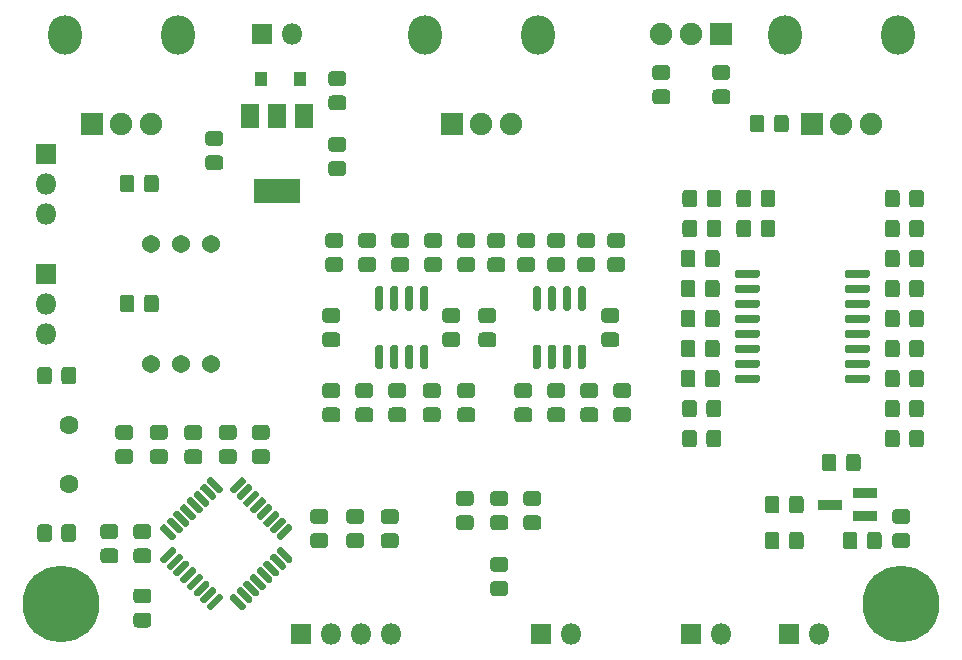
<source format=gbr>
%TF.GenerationSoftware,KiCad,Pcbnew,5.1.6-c6e7f7d~87~ubuntu18.04.1*%
%TF.CreationDate,2020-08-18T09:57:54-04:00*%
%TF.ProjectId,bit_crusher_pedal,6269745f-6372-4757-9368-65725f706564,1*%
%TF.SameCoordinates,Original*%
%TF.FileFunction,Soldermask,Bot*%
%TF.FilePolarity,Negative*%
%FSLAX46Y46*%
G04 Gerber Fmt 4.6, Leading zero omitted, Abs format (unit mm)*
G04 Created by KiCad (PCBNEW 5.1.6-c6e7f7d~87~ubuntu18.04.1) date 2020-08-18 09:57:54*
%MOMM*%
%LPD*%
G01*
G04 APERTURE LIST*
%ADD10R,2.000000X0.900000*%
%ADD11R,1.600000X2.100000*%
%ADD12R,3.900000X2.100000*%
%ADD13C,1.540000*%
%ADD14O,1.800000X1.800000*%
%ADD15R,1.800000X1.800000*%
%ADD16C,0.900000*%
%ADD17C,6.500000*%
%ADD18C,1.600000*%
%ADD19O,2.820000X3.340000*%
%ADD20C,1.900000*%
%ADD21R,1.900000X1.900000*%
%ADD22R,1.000000X1.300000*%
G04 APERTURE END LIST*
%TO.C,R34*%
G36*
G01*
X152878262Y-99921000D02*
X151921738Y-99921000D01*
G75*
G02*
X151650000Y-99649262I0J271738D01*
G01*
X151650000Y-98942738D01*
G75*
G02*
X151921738Y-98671000I271738J0D01*
G01*
X152878262Y-98671000D01*
G75*
G02*
X153150000Y-98942738I0J-271738D01*
G01*
X153150000Y-99649262D01*
G75*
G02*
X152878262Y-99921000I-271738J0D01*
G01*
G37*
G36*
G01*
X152878262Y-101971000D02*
X151921738Y-101971000D01*
G75*
G02*
X151650000Y-101699262I0J271738D01*
G01*
X151650000Y-100992738D01*
G75*
G02*
X151921738Y-100721000I271738J0D01*
G01*
X152878262Y-100721000D01*
G75*
G02*
X153150000Y-100992738I0J-271738D01*
G01*
X153150000Y-101699262D01*
G75*
G02*
X152878262Y-101971000I-271738J0D01*
G01*
G37*
%TD*%
%TO.C,R33*%
G36*
G01*
X148689000Y-100867738D02*
X148689000Y-101824262D01*
G75*
G02*
X148417262Y-102096000I-271738J0D01*
G01*
X147710738Y-102096000D01*
G75*
G02*
X147439000Y-101824262I0J271738D01*
G01*
X147439000Y-100867738D01*
G75*
G02*
X147710738Y-100596000I271738J0D01*
G01*
X148417262Y-100596000D01*
G75*
G02*
X148689000Y-100867738I0J-271738D01*
G01*
G37*
G36*
G01*
X150739000Y-100867738D02*
X150739000Y-101824262D01*
G75*
G02*
X150467262Y-102096000I-271738J0D01*
G01*
X149760738Y-102096000D01*
G75*
G02*
X149489000Y-101824262I0J271738D01*
G01*
X149489000Y-100867738D01*
G75*
G02*
X149760738Y-100596000I271738J0D01*
G01*
X150467262Y-100596000D01*
G75*
G02*
X150739000Y-100867738I0J-271738D01*
G01*
G37*
%TD*%
%TO.C,R32*%
G36*
G01*
X147711000Y-95220262D02*
X147711000Y-94263738D01*
G75*
G02*
X147982738Y-93992000I271738J0D01*
G01*
X148689262Y-93992000D01*
G75*
G02*
X148961000Y-94263738I0J-271738D01*
G01*
X148961000Y-95220262D01*
G75*
G02*
X148689262Y-95492000I-271738J0D01*
G01*
X147982738Y-95492000D01*
G75*
G02*
X147711000Y-95220262I0J271738D01*
G01*
G37*
G36*
G01*
X145661000Y-95220262D02*
X145661000Y-94263738D01*
G75*
G02*
X145932738Y-93992000I271738J0D01*
G01*
X146639262Y-93992000D01*
G75*
G02*
X146911000Y-94263738I0J-271738D01*
G01*
X146911000Y-95220262D01*
G75*
G02*
X146639262Y-95492000I-271738J0D01*
G01*
X145932738Y-95492000D01*
G75*
G02*
X145661000Y-95220262I0J271738D01*
G01*
G37*
%TD*%
%TO.C,R31*%
G36*
G01*
X142085000Y-100867738D02*
X142085000Y-101824262D01*
G75*
G02*
X141813262Y-102096000I-271738J0D01*
G01*
X141106738Y-102096000D01*
G75*
G02*
X140835000Y-101824262I0J271738D01*
G01*
X140835000Y-100867738D01*
G75*
G02*
X141106738Y-100596000I271738J0D01*
G01*
X141813262Y-100596000D01*
G75*
G02*
X142085000Y-100867738I0J-271738D01*
G01*
G37*
G36*
G01*
X144135000Y-100867738D02*
X144135000Y-101824262D01*
G75*
G02*
X143863262Y-102096000I-271738J0D01*
G01*
X143156738Y-102096000D01*
G75*
G02*
X142885000Y-101824262I0J271738D01*
G01*
X142885000Y-100867738D01*
G75*
G02*
X143156738Y-100596000I271738J0D01*
G01*
X143863262Y-100596000D01*
G75*
G02*
X144135000Y-100867738I0J-271738D01*
G01*
G37*
%TD*%
D10*
%TO.C,Q1*%
X146328000Y-98298000D03*
X149328000Y-99248000D03*
X149328000Y-97348000D03*
%TD*%
%TO.C,C37*%
G36*
G01*
X142085000Y-97819738D02*
X142085000Y-98776262D01*
G75*
G02*
X141813262Y-99048000I-271738J0D01*
G01*
X141106738Y-99048000D01*
G75*
G02*
X140835000Y-98776262I0J271738D01*
G01*
X140835000Y-97819738D01*
G75*
G02*
X141106738Y-97548000I271738J0D01*
G01*
X141813262Y-97548000D01*
G75*
G02*
X142085000Y-97819738I0J-271738D01*
G01*
G37*
G36*
G01*
X144135000Y-97819738D02*
X144135000Y-98776262D01*
G75*
G02*
X143863262Y-99048000I-271738J0D01*
G01*
X143156738Y-99048000D01*
G75*
G02*
X142885000Y-98776262I0J271738D01*
G01*
X142885000Y-97819738D01*
G75*
G02*
X143156738Y-97548000I271738J0D01*
G01*
X143863262Y-97548000D01*
G75*
G02*
X144135000Y-97819738I0J-271738D01*
G01*
G37*
%TD*%
D11*
%TO.C,U4*%
X97268000Y-65405000D03*
X101868000Y-65405000D03*
X99568000Y-65405000D03*
D12*
X99568000Y-71705000D03*
%TD*%
%TO.C,C4*%
G36*
G01*
X117631738Y-77371000D02*
X118588262Y-77371000D01*
G75*
G02*
X118860000Y-77642738I0J-271738D01*
G01*
X118860000Y-78349262D01*
G75*
G02*
X118588262Y-78621000I-271738J0D01*
G01*
X117631738Y-78621000D01*
G75*
G02*
X117360000Y-78349262I0J271738D01*
G01*
X117360000Y-77642738D01*
G75*
G02*
X117631738Y-77371000I271738J0D01*
G01*
G37*
G36*
G01*
X117631738Y-75321000D02*
X118588262Y-75321000D01*
G75*
G02*
X118860000Y-75592738I0J-271738D01*
G01*
X118860000Y-76299262D01*
G75*
G02*
X118588262Y-76571000I-271738J0D01*
G01*
X117631738Y-76571000D01*
G75*
G02*
X117360000Y-76299262I0J271738D01*
G01*
X117360000Y-75592738D01*
G75*
G02*
X117631738Y-75321000I271738J0D01*
G01*
G37*
%TD*%
%TO.C,U5*%
G36*
G01*
X140443000Y-78565000D02*
X140443000Y-78915000D01*
G75*
G02*
X140268000Y-79090000I-175000J0D01*
G01*
X138468000Y-79090000D01*
G75*
G02*
X138293000Y-78915000I0J175000D01*
G01*
X138293000Y-78565000D01*
G75*
G02*
X138468000Y-78390000I175000J0D01*
G01*
X140268000Y-78390000D01*
G75*
G02*
X140443000Y-78565000I0J-175000D01*
G01*
G37*
G36*
G01*
X140443000Y-79835000D02*
X140443000Y-80185000D01*
G75*
G02*
X140268000Y-80360000I-175000J0D01*
G01*
X138468000Y-80360000D01*
G75*
G02*
X138293000Y-80185000I0J175000D01*
G01*
X138293000Y-79835000D01*
G75*
G02*
X138468000Y-79660000I175000J0D01*
G01*
X140268000Y-79660000D01*
G75*
G02*
X140443000Y-79835000I0J-175000D01*
G01*
G37*
G36*
G01*
X140443000Y-81105000D02*
X140443000Y-81455000D01*
G75*
G02*
X140268000Y-81630000I-175000J0D01*
G01*
X138468000Y-81630000D01*
G75*
G02*
X138293000Y-81455000I0J175000D01*
G01*
X138293000Y-81105000D01*
G75*
G02*
X138468000Y-80930000I175000J0D01*
G01*
X140268000Y-80930000D01*
G75*
G02*
X140443000Y-81105000I0J-175000D01*
G01*
G37*
G36*
G01*
X140443000Y-82375000D02*
X140443000Y-82725000D01*
G75*
G02*
X140268000Y-82900000I-175000J0D01*
G01*
X138468000Y-82900000D01*
G75*
G02*
X138293000Y-82725000I0J175000D01*
G01*
X138293000Y-82375000D01*
G75*
G02*
X138468000Y-82200000I175000J0D01*
G01*
X140268000Y-82200000D01*
G75*
G02*
X140443000Y-82375000I0J-175000D01*
G01*
G37*
G36*
G01*
X140443000Y-83645000D02*
X140443000Y-83995000D01*
G75*
G02*
X140268000Y-84170000I-175000J0D01*
G01*
X138468000Y-84170000D01*
G75*
G02*
X138293000Y-83995000I0J175000D01*
G01*
X138293000Y-83645000D01*
G75*
G02*
X138468000Y-83470000I175000J0D01*
G01*
X140268000Y-83470000D01*
G75*
G02*
X140443000Y-83645000I0J-175000D01*
G01*
G37*
G36*
G01*
X140443000Y-84915000D02*
X140443000Y-85265000D01*
G75*
G02*
X140268000Y-85440000I-175000J0D01*
G01*
X138468000Y-85440000D01*
G75*
G02*
X138293000Y-85265000I0J175000D01*
G01*
X138293000Y-84915000D01*
G75*
G02*
X138468000Y-84740000I175000J0D01*
G01*
X140268000Y-84740000D01*
G75*
G02*
X140443000Y-84915000I0J-175000D01*
G01*
G37*
G36*
G01*
X140443000Y-86185000D02*
X140443000Y-86535000D01*
G75*
G02*
X140268000Y-86710000I-175000J0D01*
G01*
X138468000Y-86710000D01*
G75*
G02*
X138293000Y-86535000I0J175000D01*
G01*
X138293000Y-86185000D01*
G75*
G02*
X138468000Y-86010000I175000J0D01*
G01*
X140268000Y-86010000D01*
G75*
G02*
X140443000Y-86185000I0J-175000D01*
G01*
G37*
G36*
G01*
X140443000Y-87455000D02*
X140443000Y-87805000D01*
G75*
G02*
X140268000Y-87980000I-175000J0D01*
G01*
X138468000Y-87980000D01*
G75*
G02*
X138293000Y-87805000I0J175000D01*
G01*
X138293000Y-87455000D01*
G75*
G02*
X138468000Y-87280000I175000J0D01*
G01*
X140268000Y-87280000D01*
G75*
G02*
X140443000Y-87455000I0J-175000D01*
G01*
G37*
G36*
G01*
X149743000Y-87455000D02*
X149743000Y-87805000D01*
G75*
G02*
X149568000Y-87980000I-175000J0D01*
G01*
X147768000Y-87980000D01*
G75*
G02*
X147593000Y-87805000I0J175000D01*
G01*
X147593000Y-87455000D01*
G75*
G02*
X147768000Y-87280000I175000J0D01*
G01*
X149568000Y-87280000D01*
G75*
G02*
X149743000Y-87455000I0J-175000D01*
G01*
G37*
G36*
G01*
X149743000Y-86185000D02*
X149743000Y-86535000D01*
G75*
G02*
X149568000Y-86710000I-175000J0D01*
G01*
X147768000Y-86710000D01*
G75*
G02*
X147593000Y-86535000I0J175000D01*
G01*
X147593000Y-86185000D01*
G75*
G02*
X147768000Y-86010000I175000J0D01*
G01*
X149568000Y-86010000D01*
G75*
G02*
X149743000Y-86185000I0J-175000D01*
G01*
G37*
G36*
G01*
X149743000Y-84915000D02*
X149743000Y-85265000D01*
G75*
G02*
X149568000Y-85440000I-175000J0D01*
G01*
X147768000Y-85440000D01*
G75*
G02*
X147593000Y-85265000I0J175000D01*
G01*
X147593000Y-84915000D01*
G75*
G02*
X147768000Y-84740000I175000J0D01*
G01*
X149568000Y-84740000D01*
G75*
G02*
X149743000Y-84915000I0J-175000D01*
G01*
G37*
G36*
G01*
X149743000Y-83645000D02*
X149743000Y-83995000D01*
G75*
G02*
X149568000Y-84170000I-175000J0D01*
G01*
X147768000Y-84170000D01*
G75*
G02*
X147593000Y-83995000I0J175000D01*
G01*
X147593000Y-83645000D01*
G75*
G02*
X147768000Y-83470000I175000J0D01*
G01*
X149568000Y-83470000D01*
G75*
G02*
X149743000Y-83645000I0J-175000D01*
G01*
G37*
G36*
G01*
X149743000Y-82375000D02*
X149743000Y-82725000D01*
G75*
G02*
X149568000Y-82900000I-175000J0D01*
G01*
X147768000Y-82900000D01*
G75*
G02*
X147593000Y-82725000I0J175000D01*
G01*
X147593000Y-82375000D01*
G75*
G02*
X147768000Y-82200000I175000J0D01*
G01*
X149568000Y-82200000D01*
G75*
G02*
X149743000Y-82375000I0J-175000D01*
G01*
G37*
G36*
G01*
X149743000Y-81105000D02*
X149743000Y-81455000D01*
G75*
G02*
X149568000Y-81630000I-175000J0D01*
G01*
X147768000Y-81630000D01*
G75*
G02*
X147593000Y-81455000I0J175000D01*
G01*
X147593000Y-81105000D01*
G75*
G02*
X147768000Y-80930000I175000J0D01*
G01*
X149568000Y-80930000D01*
G75*
G02*
X149743000Y-81105000I0J-175000D01*
G01*
G37*
G36*
G01*
X149743000Y-79835000D02*
X149743000Y-80185000D01*
G75*
G02*
X149568000Y-80360000I-175000J0D01*
G01*
X147768000Y-80360000D01*
G75*
G02*
X147593000Y-80185000I0J175000D01*
G01*
X147593000Y-79835000D01*
G75*
G02*
X147768000Y-79660000I175000J0D01*
G01*
X149568000Y-79660000D01*
G75*
G02*
X149743000Y-79835000I0J-175000D01*
G01*
G37*
G36*
G01*
X149743000Y-78565000D02*
X149743000Y-78915000D01*
G75*
G02*
X149568000Y-79090000I-175000J0D01*
G01*
X147768000Y-79090000D01*
G75*
G02*
X147593000Y-78915000I0J175000D01*
G01*
X147593000Y-78565000D01*
G75*
G02*
X147768000Y-78390000I175000J0D01*
G01*
X149568000Y-78390000D01*
G75*
G02*
X149743000Y-78565000I0J-175000D01*
G01*
G37*
%TD*%
%TO.C,U1*%
G36*
G01*
X121364000Y-84762000D02*
X121714000Y-84762000D01*
G75*
G02*
X121889000Y-84937000I0J-175000D01*
G01*
X121889000Y-86637000D01*
G75*
G02*
X121714000Y-86812000I-175000J0D01*
G01*
X121364000Y-86812000D01*
G75*
G02*
X121189000Y-86637000I0J175000D01*
G01*
X121189000Y-84937000D01*
G75*
G02*
X121364000Y-84762000I175000J0D01*
G01*
G37*
G36*
G01*
X122634000Y-84762000D02*
X122984000Y-84762000D01*
G75*
G02*
X123159000Y-84937000I0J-175000D01*
G01*
X123159000Y-86637000D01*
G75*
G02*
X122984000Y-86812000I-175000J0D01*
G01*
X122634000Y-86812000D01*
G75*
G02*
X122459000Y-86637000I0J175000D01*
G01*
X122459000Y-84937000D01*
G75*
G02*
X122634000Y-84762000I175000J0D01*
G01*
G37*
G36*
G01*
X123904000Y-84762000D02*
X124254000Y-84762000D01*
G75*
G02*
X124429000Y-84937000I0J-175000D01*
G01*
X124429000Y-86637000D01*
G75*
G02*
X124254000Y-86812000I-175000J0D01*
G01*
X123904000Y-86812000D01*
G75*
G02*
X123729000Y-86637000I0J175000D01*
G01*
X123729000Y-84937000D01*
G75*
G02*
X123904000Y-84762000I175000J0D01*
G01*
G37*
G36*
G01*
X125174000Y-84762000D02*
X125524000Y-84762000D01*
G75*
G02*
X125699000Y-84937000I0J-175000D01*
G01*
X125699000Y-86637000D01*
G75*
G02*
X125524000Y-86812000I-175000J0D01*
G01*
X125174000Y-86812000D01*
G75*
G02*
X124999000Y-86637000I0J175000D01*
G01*
X124999000Y-84937000D01*
G75*
G02*
X125174000Y-84762000I175000J0D01*
G01*
G37*
G36*
G01*
X125174000Y-79812000D02*
X125524000Y-79812000D01*
G75*
G02*
X125699000Y-79987000I0J-175000D01*
G01*
X125699000Y-81687000D01*
G75*
G02*
X125524000Y-81862000I-175000J0D01*
G01*
X125174000Y-81862000D01*
G75*
G02*
X124999000Y-81687000I0J175000D01*
G01*
X124999000Y-79987000D01*
G75*
G02*
X125174000Y-79812000I175000J0D01*
G01*
G37*
G36*
G01*
X123904000Y-79812000D02*
X124254000Y-79812000D01*
G75*
G02*
X124429000Y-79987000I0J-175000D01*
G01*
X124429000Y-81687000D01*
G75*
G02*
X124254000Y-81862000I-175000J0D01*
G01*
X123904000Y-81862000D01*
G75*
G02*
X123729000Y-81687000I0J175000D01*
G01*
X123729000Y-79987000D01*
G75*
G02*
X123904000Y-79812000I175000J0D01*
G01*
G37*
G36*
G01*
X122634000Y-79812000D02*
X122984000Y-79812000D01*
G75*
G02*
X123159000Y-79987000I0J-175000D01*
G01*
X123159000Y-81687000D01*
G75*
G02*
X122984000Y-81862000I-175000J0D01*
G01*
X122634000Y-81862000D01*
G75*
G02*
X122459000Y-81687000I0J175000D01*
G01*
X122459000Y-79987000D01*
G75*
G02*
X122634000Y-79812000I175000J0D01*
G01*
G37*
G36*
G01*
X121364000Y-79812000D02*
X121714000Y-79812000D01*
G75*
G02*
X121889000Y-79987000I0J-175000D01*
G01*
X121889000Y-81687000D01*
G75*
G02*
X121714000Y-81862000I-175000J0D01*
G01*
X121364000Y-81862000D01*
G75*
G02*
X121189000Y-81687000I0J175000D01*
G01*
X121189000Y-79987000D01*
G75*
G02*
X121364000Y-79812000I175000J0D01*
G01*
G37*
%TD*%
D13*
%TO.C,RV5*%
X93980000Y-86360000D03*
X91440000Y-86360000D03*
X88900000Y-86360000D03*
%TD*%
%TO.C,RV4*%
X93980000Y-76200000D03*
X91440000Y-76200000D03*
X88900000Y-76200000D03*
%TD*%
%TO.C,R30*%
G36*
G01*
X152263000Y-76991738D02*
X152263000Y-77948262D01*
G75*
G02*
X151991262Y-78220000I-271738J0D01*
G01*
X151284738Y-78220000D01*
G75*
G02*
X151013000Y-77948262I0J271738D01*
G01*
X151013000Y-76991738D01*
G75*
G02*
X151284738Y-76720000I271738J0D01*
G01*
X151991262Y-76720000D01*
G75*
G02*
X152263000Y-76991738I0J-271738D01*
G01*
G37*
G36*
G01*
X154313000Y-76991738D02*
X154313000Y-77948262D01*
G75*
G02*
X154041262Y-78220000I-271738J0D01*
G01*
X153334738Y-78220000D01*
G75*
G02*
X153063000Y-77948262I0J271738D01*
G01*
X153063000Y-76991738D01*
G75*
G02*
X153334738Y-76720000I271738J0D01*
G01*
X154041262Y-76720000D01*
G75*
G02*
X154313000Y-76991738I0J-271738D01*
G01*
G37*
%TD*%
%TO.C,R29*%
G36*
G01*
X153063000Y-88108262D02*
X153063000Y-87151738D01*
G75*
G02*
X153334738Y-86880000I271738J0D01*
G01*
X154041262Y-86880000D01*
G75*
G02*
X154313000Y-87151738I0J-271738D01*
G01*
X154313000Y-88108262D01*
G75*
G02*
X154041262Y-88380000I-271738J0D01*
G01*
X153334738Y-88380000D01*
G75*
G02*
X153063000Y-88108262I0J271738D01*
G01*
G37*
G36*
G01*
X151013000Y-88108262D02*
X151013000Y-87151738D01*
G75*
G02*
X151284738Y-86880000I271738J0D01*
G01*
X151991262Y-86880000D01*
G75*
G02*
X152263000Y-87151738I0J-271738D01*
G01*
X152263000Y-88108262D01*
G75*
G02*
X151991262Y-88380000I-271738J0D01*
G01*
X151284738Y-88380000D01*
G75*
G02*
X151013000Y-88108262I0J271738D01*
G01*
G37*
%TD*%
%TO.C,R28*%
G36*
G01*
X152263000Y-71911738D02*
X152263000Y-72868262D01*
G75*
G02*
X151991262Y-73140000I-271738J0D01*
G01*
X151284738Y-73140000D01*
G75*
G02*
X151013000Y-72868262I0J271738D01*
G01*
X151013000Y-71911738D01*
G75*
G02*
X151284738Y-71640000I271738J0D01*
G01*
X151991262Y-71640000D01*
G75*
G02*
X152263000Y-71911738I0J-271738D01*
G01*
G37*
G36*
G01*
X154313000Y-71911738D02*
X154313000Y-72868262D01*
G75*
G02*
X154041262Y-73140000I-271738J0D01*
G01*
X153334738Y-73140000D01*
G75*
G02*
X153063000Y-72868262I0J271738D01*
G01*
X153063000Y-71911738D01*
G75*
G02*
X153334738Y-71640000I271738J0D01*
G01*
X154041262Y-71640000D01*
G75*
G02*
X154313000Y-71911738I0J-271738D01*
G01*
G37*
%TD*%
%TO.C,R27*%
G36*
G01*
X152263000Y-82071738D02*
X152263000Y-83028262D01*
G75*
G02*
X151991262Y-83300000I-271738J0D01*
G01*
X151284738Y-83300000D01*
G75*
G02*
X151013000Y-83028262I0J271738D01*
G01*
X151013000Y-82071738D01*
G75*
G02*
X151284738Y-81800000I271738J0D01*
G01*
X151991262Y-81800000D01*
G75*
G02*
X152263000Y-82071738I0J-271738D01*
G01*
G37*
G36*
G01*
X154313000Y-82071738D02*
X154313000Y-83028262D01*
G75*
G02*
X154041262Y-83300000I-271738J0D01*
G01*
X153334738Y-83300000D01*
G75*
G02*
X153063000Y-83028262I0J271738D01*
G01*
X153063000Y-82071738D01*
G75*
G02*
X153334738Y-81800000I271738J0D01*
G01*
X154041262Y-81800000D01*
G75*
G02*
X154313000Y-82071738I0J-271738D01*
G01*
G37*
%TD*%
%TO.C,R26*%
G36*
G01*
X135900000Y-93188262D02*
X135900000Y-92231738D01*
G75*
G02*
X136171738Y-91960000I271738J0D01*
G01*
X136878262Y-91960000D01*
G75*
G02*
X137150000Y-92231738I0J-271738D01*
G01*
X137150000Y-93188262D01*
G75*
G02*
X136878262Y-93460000I-271738J0D01*
G01*
X136171738Y-93460000D01*
G75*
G02*
X135900000Y-93188262I0J271738D01*
G01*
G37*
G36*
G01*
X133850000Y-93188262D02*
X133850000Y-92231738D01*
G75*
G02*
X134121738Y-91960000I271738J0D01*
G01*
X134828262Y-91960000D01*
G75*
G02*
X135100000Y-92231738I0J-271738D01*
G01*
X135100000Y-93188262D01*
G75*
G02*
X134828262Y-93460000I-271738J0D01*
G01*
X134121738Y-93460000D01*
G75*
G02*
X133850000Y-93188262I0J271738D01*
G01*
G37*
%TD*%
%TO.C,R25*%
G36*
G01*
X134973000Y-84611738D02*
X134973000Y-85568262D01*
G75*
G02*
X134701262Y-85840000I-271738J0D01*
G01*
X133994738Y-85840000D01*
G75*
G02*
X133723000Y-85568262I0J271738D01*
G01*
X133723000Y-84611738D01*
G75*
G02*
X133994738Y-84340000I271738J0D01*
G01*
X134701262Y-84340000D01*
G75*
G02*
X134973000Y-84611738I0J-271738D01*
G01*
G37*
G36*
G01*
X137023000Y-84611738D02*
X137023000Y-85568262D01*
G75*
G02*
X136751262Y-85840000I-271738J0D01*
G01*
X136044738Y-85840000D01*
G75*
G02*
X135773000Y-85568262I0J271738D01*
G01*
X135773000Y-84611738D01*
G75*
G02*
X136044738Y-84340000I271738J0D01*
G01*
X136751262Y-84340000D01*
G75*
G02*
X137023000Y-84611738I0J-271738D01*
G01*
G37*
%TD*%
%TO.C,R24*%
G36*
G01*
X134973000Y-82071738D02*
X134973000Y-83028262D01*
G75*
G02*
X134701262Y-83300000I-271738J0D01*
G01*
X133994738Y-83300000D01*
G75*
G02*
X133723000Y-83028262I0J271738D01*
G01*
X133723000Y-82071738D01*
G75*
G02*
X133994738Y-81800000I271738J0D01*
G01*
X134701262Y-81800000D01*
G75*
G02*
X134973000Y-82071738I0J-271738D01*
G01*
G37*
G36*
G01*
X137023000Y-82071738D02*
X137023000Y-83028262D01*
G75*
G02*
X136751262Y-83300000I-271738J0D01*
G01*
X136044738Y-83300000D01*
G75*
G02*
X135773000Y-83028262I0J271738D01*
G01*
X135773000Y-82071738D01*
G75*
G02*
X136044738Y-81800000I271738J0D01*
G01*
X136751262Y-81800000D01*
G75*
G02*
X137023000Y-82071738I0J-271738D01*
G01*
G37*
%TD*%
%TO.C,R19*%
G36*
G01*
X87475000Y-80801738D02*
X87475000Y-81758262D01*
G75*
G02*
X87203262Y-82030000I-271738J0D01*
G01*
X86496738Y-82030000D01*
G75*
G02*
X86225000Y-81758262I0J271738D01*
G01*
X86225000Y-80801738D01*
G75*
G02*
X86496738Y-80530000I271738J0D01*
G01*
X87203262Y-80530000D01*
G75*
G02*
X87475000Y-80801738I0J-271738D01*
G01*
G37*
G36*
G01*
X89525000Y-80801738D02*
X89525000Y-81758262D01*
G75*
G02*
X89253262Y-82030000I-271738J0D01*
G01*
X88546738Y-82030000D01*
G75*
G02*
X88275000Y-81758262I0J271738D01*
G01*
X88275000Y-80801738D01*
G75*
G02*
X88546738Y-80530000I271738J0D01*
G01*
X89253262Y-80530000D01*
G75*
G02*
X89525000Y-80801738I0J-271738D01*
G01*
G37*
%TD*%
%TO.C,R12*%
G36*
G01*
X135918000Y-72868262D02*
X135918000Y-71911738D01*
G75*
G02*
X136189738Y-71640000I271738J0D01*
G01*
X136896262Y-71640000D01*
G75*
G02*
X137168000Y-71911738I0J-271738D01*
G01*
X137168000Y-72868262D01*
G75*
G02*
X136896262Y-73140000I-271738J0D01*
G01*
X136189738Y-73140000D01*
G75*
G02*
X135918000Y-72868262I0J271738D01*
G01*
G37*
G36*
G01*
X133868000Y-72868262D02*
X133868000Y-71911738D01*
G75*
G02*
X134139738Y-71640000I271738J0D01*
G01*
X134846262Y-71640000D01*
G75*
G02*
X135118000Y-71911738I0J-271738D01*
G01*
X135118000Y-72868262D01*
G75*
G02*
X134846262Y-73140000I-271738J0D01*
G01*
X134139738Y-73140000D01*
G75*
G02*
X133868000Y-72868262I0J271738D01*
G01*
G37*
%TD*%
%TO.C,R11*%
G36*
G01*
X134973000Y-76991738D02*
X134973000Y-77948262D01*
G75*
G02*
X134701262Y-78220000I-271738J0D01*
G01*
X133994738Y-78220000D01*
G75*
G02*
X133723000Y-77948262I0J271738D01*
G01*
X133723000Y-76991738D01*
G75*
G02*
X133994738Y-76720000I271738J0D01*
G01*
X134701262Y-76720000D01*
G75*
G02*
X134973000Y-76991738I0J-271738D01*
G01*
G37*
G36*
G01*
X137023000Y-76991738D02*
X137023000Y-77948262D01*
G75*
G02*
X136751262Y-78220000I-271738J0D01*
G01*
X136044738Y-78220000D01*
G75*
G02*
X135773000Y-77948262I0J271738D01*
G01*
X135773000Y-76991738D01*
G75*
G02*
X136044738Y-76720000I271738J0D01*
G01*
X136751262Y-76720000D01*
G75*
G02*
X137023000Y-76991738I0J-271738D01*
G01*
G37*
%TD*%
%TO.C,R5*%
G36*
G01*
X140815000Y-65561738D02*
X140815000Y-66518262D01*
G75*
G02*
X140543262Y-66790000I-271738J0D01*
G01*
X139836738Y-66790000D01*
G75*
G02*
X139565000Y-66518262I0J271738D01*
G01*
X139565000Y-65561738D01*
G75*
G02*
X139836738Y-65290000I271738J0D01*
G01*
X140543262Y-65290000D01*
G75*
G02*
X140815000Y-65561738I0J-271738D01*
G01*
G37*
G36*
G01*
X142865000Y-65561738D02*
X142865000Y-66518262D01*
G75*
G02*
X142593262Y-66790000I-271738J0D01*
G01*
X141886738Y-66790000D01*
G75*
G02*
X141615000Y-66518262I0J271738D01*
G01*
X141615000Y-65561738D01*
G75*
G02*
X141886738Y-65290000I271738J0D01*
G01*
X142593262Y-65290000D01*
G75*
G02*
X142865000Y-65561738I0J-271738D01*
G01*
G37*
%TD*%
%TO.C,C36*%
G36*
G01*
X139690000Y-74451738D02*
X139690000Y-75408262D01*
G75*
G02*
X139418262Y-75680000I-271738J0D01*
G01*
X138711738Y-75680000D01*
G75*
G02*
X138440000Y-75408262I0J271738D01*
G01*
X138440000Y-74451738D01*
G75*
G02*
X138711738Y-74180000I271738J0D01*
G01*
X139418262Y-74180000D01*
G75*
G02*
X139690000Y-74451738I0J-271738D01*
G01*
G37*
G36*
G01*
X141740000Y-74451738D02*
X141740000Y-75408262D01*
G75*
G02*
X141468262Y-75680000I-271738J0D01*
G01*
X140761738Y-75680000D01*
G75*
G02*
X140490000Y-75408262I0J271738D01*
G01*
X140490000Y-74451738D01*
G75*
G02*
X140761738Y-74180000I271738J0D01*
G01*
X141468262Y-74180000D01*
G75*
G02*
X141740000Y-74451738I0J-271738D01*
G01*
G37*
%TD*%
%TO.C,C35*%
G36*
G01*
X139690000Y-71911738D02*
X139690000Y-72868262D01*
G75*
G02*
X139418262Y-73140000I-271738J0D01*
G01*
X138711738Y-73140000D01*
G75*
G02*
X138440000Y-72868262I0J271738D01*
G01*
X138440000Y-71911738D01*
G75*
G02*
X138711738Y-71640000I271738J0D01*
G01*
X139418262Y-71640000D01*
G75*
G02*
X139690000Y-71911738I0J-271738D01*
G01*
G37*
G36*
G01*
X141740000Y-71911738D02*
X141740000Y-72868262D01*
G75*
G02*
X141468262Y-73140000I-271738J0D01*
G01*
X140761738Y-73140000D01*
G75*
G02*
X140490000Y-72868262I0J271738D01*
G01*
X140490000Y-71911738D01*
G75*
G02*
X140761738Y-71640000I271738J0D01*
G01*
X141468262Y-71640000D01*
G75*
G02*
X141740000Y-71911738I0J-271738D01*
G01*
G37*
%TD*%
%TO.C,C34*%
G36*
G01*
X152263000Y-89691738D02*
X152263000Y-90648262D01*
G75*
G02*
X151991262Y-90920000I-271738J0D01*
G01*
X151284738Y-90920000D01*
G75*
G02*
X151013000Y-90648262I0J271738D01*
G01*
X151013000Y-89691738D01*
G75*
G02*
X151284738Y-89420000I271738J0D01*
G01*
X151991262Y-89420000D01*
G75*
G02*
X152263000Y-89691738I0J-271738D01*
G01*
G37*
G36*
G01*
X154313000Y-89691738D02*
X154313000Y-90648262D01*
G75*
G02*
X154041262Y-90920000I-271738J0D01*
G01*
X153334738Y-90920000D01*
G75*
G02*
X153063000Y-90648262I0J271738D01*
G01*
X153063000Y-89691738D01*
G75*
G02*
X153334738Y-89420000I271738J0D01*
G01*
X154041262Y-89420000D01*
G75*
G02*
X154313000Y-89691738I0J-271738D01*
G01*
G37*
%TD*%
%TO.C,C33*%
G36*
G01*
X153063000Y-80488262D02*
X153063000Y-79531738D01*
G75*
G02*
X153334738Y-79260000I271738J0D01*
G01*
X154041262Y-79260000D01*
G75*
G02*
X154313000Y-79531738I0J-271738D01*
G01*
X154313000Y-80488262D01*
G75*
G02*
X154041262Y-80760000I-271738J0D01*
G01*
X153334738Y-80760000D01*
G75*
G02*
X153063000Y-80488262I0J271738D01*
G01*
G37*
G36*
G01*
X151013000Y-80488262D02*
X151013000Y-79531738D01*
G75*
G02*
X151284738Y-79260000I271738J0D01*
G01*
X151991262Y-79260000D01*
G75*
G02*
X152263000Y-79531738I0J-271738D01*
G01*
X152263000Y-80488262D01*
G75*
G02*
X151991262Y-80760000I-271738J0D01*
G01*
X151284738Y-80760000D01*
G75*
G02*
X151013000Y-80488262I0J271738D01*
G01*
G37*
%TD*%
%TO.C,C32*%
G36*
G01*
X152263000Y-74451738D02*
X152263000Y-75408262D01*
G75*
G02*
X151991262Y-75680000I-271738J0D01*
G01*
X151284738Y-75680000D01*
G75*
G02*
X151013000Y-75408262I0J271738D01*
G01*
X151013000Y-74451738D01*
G75*
G02*
X151284738Y-74180000I271738J0D01*
G01*
X151991262Y-74180000D01*
G75*
G02*
X152263000Y-74451738I0J-271738D01*
G01*
G37*
G36*
G01*
X154313000Y-74451738D02*
X154313000Y-75408262D01*
G75*
G02*
X154041262Y-75680000I-271738J0D01*
G01*
X153334738Y-75680000D01*
G75*
G02*
X153063000Y-75408262I0J271738D01*
G01*
X153063000Y-74451738D01*
G75*
G02*
X153334738Y-74180000I271738J0D01*
G01*
X154041262Y-74180000D01*
G75*
G02*
X154313000Y-74451738I0J-271738D01*
G01*
G37*
%TD*%
%TO.C,C31*%
G36*
G01*
X152263000Y-92231738D02*
X152263000Y-93188262D01*
G75*
G02*
X151991262Y-93460000I-271738J0D01*
G01*
X151284738Y-93460000D01*
G75*
G02*
X151013000Y-93188262I0J271738D01*
G01*
X151013000Y-92231738D01*
G75*
G02*
X151284738Y-91960000I271738J0D01*
G01*
X151991262Y-91960000D01*
G75*
G02*
X152263000Y-92231738I0J-271738D01*
G01*
G37*
G36*
G01*
X154313000Y-92231738D02*
X154313000Y-93188262D01*
G75*
G02*
X154041262Y-93460000I-271738J0D01*
G01*
X153334738Y-93460000D01*
G75*
G02*
X153063000Y-93188262I0J271738D01*
G01*
X153063000Y-92231738D01*
G75*
G02*
X153334738Y-91960000I271738J0D01*
G01*
X154041262Y-91960000D01*
G75*
G02*
X154313000Y-92231738I0J-271738D01*
G01*
G37*
%TD*%
%TO.C,C30*%
G36*
G01*
X153063000Y-85568262D02*
X153063000Y-84611738D01*
G75*
G02*
X153334738Y-84340000I271738J0D01*
G01*
X154041262Y-84340000D01*
G75*
G02*
X154313000Y-84611738I0J-271738D01*
G01*
X154313000Y-85568262D01*
G75*
G02*
X154041262Y-85840000I-271738J0D01*
G01*
X153334738Y-85840000D01*
G75*
G02*
X153063000Y-85568262I0J271738D01*
G01*
G37*
G36*
G01*
X151013000Y-85568262D02*
X151013000Y-84611738D01*
G75*
G02*
X151284738Y-84340000I271738J0D01*
G01*
X151991262Y-84340000D01*
G75*
G02*
X152263000Y-84611738I0J-271738D01*
G01*
X152263000Y-85568262D01*
G75*
G02*
X151991262Y-85840000I-271738J0D01*
G01*
X151284738Y-85840000D01*
G75*
G02*
X151013000Y-85568262I0J271738D01*
G01*
G37*
%TD*%
%TO.C,C29*%
G36*
G01*
X135100000Y-89691738D02*
X135100000Y-90648262D01*
G75*
G02*
X134828262Y-90920000I-271738J0D01*
G01*
X134121738Y-90920000D01*
G75*
G02*
X133850000Y-90648262I0J271738D01*
G01*
X133850000Y-89691738D01*
G75*
G02*
X134121738Y-89420000I271738J0D01*
G01*
X134828262Y-89420000D01*
G75*
G02*
X135100000Y-89691738I0J-271738D01*
G01*
G37*
G36*
G01*
X137150000Y-89691738D02*
X137150000Y-90648262D01*
G75*
G02*
X136878262Y-90920000I-271738J0D01*
G01*
X136171738Y-90920000D01*
G75*
G02*
X135900000Y-90648262I0J271738D01*
G01*
X135900000Y-89691738D01*
G75*
G02*
X136171738Y-89420000I271738J0D01*
G01*
X136878262Y-89420000D01*
G75*
G02*
X137150000Y-89691738I0J-271738D01*
G01*
G37*
%TD*%
%TO.C,C28*%
G36*
G01*
X134973000Y-87151738D02*
X134973000Y-88108262D01*
G75*
G02*
X134701262Y-88380000I-271738J0D01*
G01*
X133994738Y-88380000D01*
G75*
G02*
X133723000Y-88108262I0J271738D01*
G01*
X133723000Y-87151738D01*
G75*
G02*
X133994738Y-86880000I271738J0D01*
G01*
X134701262Y-86880000D01*
G75*
G02*
X134973000Y-87151738I0J-271738D01*
G01*
G37*
G36*
G01*
X137023000Y-87151738D02*
X137023000Y-88108262D01*
G75*
G02*
X136751262Y-88380000I-271738J0D01*
G01*
X136044738Y-88380000D01*
G75*
G02*
X135773000Y-88108262I0J271738D01*
G01*
X135773000Y-87151738D01*
G75*
G02*
X136044738Y-86880000I271738J0D01*
G01*
X136751262Y-86880000D01*
G75*
G02*
X137023000Y-87151738I0J-271738D01*
G01*
G37*
%TD*%
%TO.C,C27*%
G36*
G01*
X135918000Y-75408262D02*
X135918000Y-74451738D01*
G75*
G02*
X136189738Y-74180000I271738J0D01*
G01*
X136896262Y-74180000D01*
G75*
G02*
X137168000Y-74451738I0J-271738D01*
G01*
X137168000Y-75408262D01*
G75*
G02*
X136896262Y-75680000I-271738J0D01*
G01*
X136189738Y-75680000D01*
G75*
G02*
X135918000Y-75408262I0J271738D01*
G01*
G37*
G36*
G01*
X133868000Y-75408262D02*
X133868000Y-74451738D01*
G75*
G02*
X134139738Y-74180000I271738J0D01*
G01*
X134846262Y-74180000D01*
G75*
G02*
X135118000Y-74451738I0J-271738D01*
G01*
X135118000Y-75408262D01*
G75*
G02*
X134846262Y-75680000I-271738J0D01*
G01*
X134139738Y-75680000D01*
G75*
G02*
X133868000Y-75408262I0J271738D01*
G01*
G37*
%TD*%
%TO.C,C8*%
G36*
G01*
X134973000Y-79531738D02*
X134973000Y-80488262D01*
G75*
G02*
X134701262Y-80760000I-271738J0D01*
G01*
X133994738Y-80760000D01*
G75*
G02*
X133723000Y-80488262I0J271738D01*
G01*
X133723000Y-79531738D01*
G75*
G02*
X133994738Y-79260000I271738J0D01*
G01*
X134701262Y-79260000D01*
G75*
G02*
X134973000Y-79531738I0J-271738D01*
G01*
G37*
G36*
G01*
X137023000Y-79531738D02*
X137023000Y-80488262D01*
G75*
G02*
X136751262Y-80760000I-271738J0D01*
G01*
X136044738Y-80760000D01*
G75*
G02*
X135773000Y-80488262I0J271738D01*
G01*
X135773000Y-79531738D01*
G75*
G02*
X136044738Y-79260000I271738J0D01*
G01*
X136751262Y-79260000D01*
G75*
G02*
X137023000Y-79531738I0J-271738D01*
G01*
G37*
%TD*%
%TO.C,R23*%
G36*
G01*
X118842262Y-103985000D02*
X117885738Y-103985000D01*
G75*
G02*
X117614000Y-103713262I0J271738D01*
G01*
X117614000Y-103006738D01*
G75*
G02*
X117885738Y-102735000I271738J0D01*
G01*
X118842262Y-102735000D01*
G75*
G02*
X119114000Y-103006738I0J-271738D01*
G01*
X119114000Y-103713262D01*
G75*
G02*
X118842262Y-103985000I-271738J0D01*
G01*
G37*
G36*
G01*
X118842262Y-106035000D02*
X117885738Y-106035000D01*
G75*
G02*
X117614000Y-105763262I0J271738D01*
G01*
X117614000Y-105056738D01*
G75*
G02*
X117885738Y-104785000I271738J0D01*
G01*
X118842262Y-104785000D01*
G75*
G02*
X119114000Y-105056738I0J-271738D01*
G01*
X119114000Y-105763262D01*
G75*
G02*
X118842262Y-106035000I-271738J0D01*
G01*
G37*
%TD*%
D14*
%TO.C,J7*%
X124460000Y-109220000D03*
D15*
X121920000Y-109220000D03*
%TD*%
D16*
%TO.C,H2*%
X154097056Y-104982944D03*
X152400000Y-104280000D03*
X150702944Y-104982944D03*
X150000000Y-106680000D03*
X150702944Y-108377056D03*
X152400000Y-109080000D03*
X154097056Y-108377056D03*
X154800000Y-106680000D03*
D17*
X152400000Y-106680000D03*
%TD*%
D16*
%TO.C,H1*%
X82977056Y-104982944D03*
X81280000Y-104280000D03*
X79582944Y-104982944D03*
X78880000Y-106680000D03*
X79582944Y-108377056D03*
X81280000Y-109080000D03*
X82977056Y-108377056D03*
X83680000Y-106680000D03*
D17*
X81280000Y-106680000D03*
%TD*%
D18*
%TO.C,X1*%
X81915000Y-91520000D03*
X81915000Y-96520000D03*
%TD*%
%TO.C,U3*%
G36*
G01*
X89646179Y-102819759D02*
X90565417Y-101900521D01*
G75*
G02*
X90777549Y-101900521I106066J-106066D01*
G01*
X90989681Y-102112653D01*
G75*
G02*
X90989681Y-102324785I-106066J-106066D01*
G01*
X90070443Y-103244023D01*
G75*
G02*
X89858311Y-103244023I-106066J106066D01*
G01*
X89646179Y-103031891D01*
G75*
G02*
X89646179Y-102819759I106066J106066D01*
G01*
G37*
G36*
G01*
X90211865Y-103385444D02*
X91131103Y-102466206D01*
G75*
G02*
X91343235Y-102466206I106066J-106066D01*
G01*
X91555367Y-102678338D01*
G75*
G02*
X91555367Y-102890470I-106066J-106066D01*
G01*
X90636129Y-103809708D01*
G75*
G02*
X90423997Y-103809708I-106066J106066D01*
G01*
X90211865Y-103597576D01*
G75*
G02*
X90211865Y-103385444I106066J106066D01*
G01*
G37*
G36*
G01*
X90777550Y-103951130D02*
X91696788Y-103031892D01*
G75*
G02*
X91908920Y-103031892I106066J-106066D01*
G01*
X92121052Y-103244024D01*
G75*
G02*
X92121052Y-103456156I-106066J-106066D01*
G01*
X91201814Y-104375394D01*
G75*
G02*
X90989682Y-104375394I-106066J106066D01*
G01*
X90777550Y-104163262D01*
G75*
G02*
X90777550Y-103951130I106066J106066D01*
G01*
G37*
G36*
G01*
X91343235Y-104516815D02*
X92262473Y-103597577D01*
G75*
G02*
X92474605Y-103597577I106066J-106066D01*
G01*
X92686737Y-103809709D01*
G75*
G02*
X92686737Y-104021841I-106066J-106066D01*
G01*
X91767499Y-104941079D01*
G75*
G02*
X91555367Y-104941079I-106066J106066D01*
G01*
X91343235Y-104728947D01*
G75*
G02*
X91343235Y-104516815I106066J106066D01*
G01*
G37*
G36*
G01*
X91908921Y-105082501D02*
X92828159Y-104163263D01*
G75*
G02*
X93040291Y-104163263I106066J-106066D01*
G01*
X93252423Y-104375395D01*
G75*
G02*
X93252423Y-104587527I-106066J-106066D01*
G01*
X92333185Y-105506765D01*
G75*
G02*
X92121053Y-105506765I-106066J106066D01*
G01*
X91908921Y-105294633D01*
G75*
G02*
X91908921Y-105082501I106066J106066D01*
G01*
G37*
G36*
G01*
X92474606Y-105648186D02*
X93393844Y-104728948D01*
G75*
G02*
X93605976Y-104728948I106066J-106066D01*
G01*
X93818108Y-104941080D01*
G75*
G02*
X93818108Y-105153212I-106066J-106066D01*
G01*
X92898870Y-106072450D01*
G75*
G02*
X92686738Y-106072450I-106066J106066D01*
G01*
X92474606Y-105860318D01*
G75*
G02*
X92474606Y-105648186I106066J106066D01*
G01*
G37*
G36*
G01*
X93040292Y-106213871D02*
X93959530Y-105294633D01*
G75*
G02*
X94171662Y-105294633I106066J-106066D01*
G01*
X94383794Y-105506765D01*
G75*
G02*
X94383794Y-105718897I-106066J-106066D01*
G01*
X93464556Y-106638135D01*
G75*
G02*
X93252424Y-106638135I-106066J106066D01*
G01*
X93040292Y-106426003D01*
G75*
G02*
X93040292Y-106213871I106066J106066D01*
G01*
G37*
G36*
G01*
X93605977Y-106779557D02*
X94525215Y-105860319D01*
G75*
G02*
X94737347Y-105860319I106066J-106066D01*
G01*
X94949479Y-106072451D01*
G75*
G02*
X94949479Y-106284583I-106066J-106066D01*
G01*
X94030241Y-107203821D01*
G75*
G02*
X93818109Y-107203821I-106066J106066D01*
G01*
X93605977Y-106991689D01*
G75*
G02*
X93605977Y-106779557I106066J106066D01*
G01*
G37*
G36*
G01*
X95550521Y-106072451D02*
X95762653Y-105860319D01*
G75*
G02*
X95974785Y-105860319I106066J-106066D01*
G01*
X96894023Y-106779557D01*
G75*
G02*
X96894023Y-106991689I-106066J-106066D01*
G01*
X96681891Y-107203821D01*
G75*
G02*
X96469759Y-107203821I-106066J106066D01*
G01*
X95550521Y-106284583D01*
G75*
G02*
X95550521Y-106072451I106066J106066D01*
G01*
G37*
G36*
G01*
X96116206Y-105506765D02*
X96328338Y-105294633D01*
G75*
G02*
X96540470Y-105294633I106066J-106066D01*
G01*
X97459708Y-106213871D01*
G75*
G02*
X97459708Y-106426003I-106066J-106066D01*
G01*
X97247576Y-106638135D01*
G75*
G02*
X97035444Y-106638135I-106066J106066D01*
G01*
X96116206Y-105718897D01*
G75*
G02*
X96116206Y-105506765I106066J106066D01*
G01*
G37*
G36*
G01*
X96681892Y-104941080D02*
X96894024Y-104728948D01*
G75*
G02*
X97106156Y-104728948I106066J-106066D01*
G01*
X98025394Y-105648186D01*
G75*
G02*
X98025394Y-105860318I-106066J-106066D01*
G01*
X97813262Y-106072450D01*
G75*
G02*
X97601130Y-106072450I-106066J106066D01*
G01*
X96681892Y-105153212D01*
G75*
G02*
X96681892Y-104941080I106066J106066D01*
G01*
G37*
G36*
G01*
X97247577Y-104375395D02*
X97459709Y-104163263D01*
G75*
G02*
X97671841Y-104163263I106066J-106066D01*
G01*
X98591079Y-105082501D01*
G75*
G02*
X98591079Y-105294633I-106066J-106066D01*
G01*
X98378947Y-105506765D01*
G75*
G02*
X98166815Y-105506765I-106066J106066D01*
G01*
X97247577Y-104587527D01*
G75*
G02*
X97247577Y-104375395I106066J106066D01*
G01*
G37*
G36*
G01*
X97813263Y-103809709D02*
X98025395Y-103597577D01*
G75*
G02*
X98237527Y-103597577I106066J-106066D01*
G01*
X99156765Y-104516815D01*
G75*
G02*
X99156765Y-104728947I-106066J-106066D01*
G01*
X98944633Y-104941079D01*
G75*
G02*
X98732501Y-104941079I-106066J106066D01*
G01*
X97813263Y-104021841D01*
G75*
G02*
X97813263Y-103809709I106066J106066D01*
G01*
G37*
G36*
G01*
X98378948Y-103244024D02*
X98591080Y-103031892D01*
G75*
G02*
X98803212Y-103031892I106066J-106066D01*
G01*
X99722450Y-103951130D01*
G75*
G02*
X99722450Y-104163262I-106066J-106066D01*
G01*
X99510318Y-104375394D01*
G75*
G02*
X99298186Y-104375394I-106066J106066D01*
G01*
X98378948Y-103456156D01*
G75*
G02*
X98378948Y-103244024I106066J106066D01*
G01*
G37*
G36*
G01*
X98944633Y-102678338D02*
X99156765Y-102466206D01*
G75*
G02*
X99368897Y-102466206I106066J-106066D01*
G01*
X100288135Y-103385444D01*
G75*
G02*
X100288135Y-103597576I-106066J-106066D01*
G01*
X100076003Y-103809708D01*
G75*
G02*
X99863871Y-103809708I-106066J106066D01*
G01*
X98944633Y-102890470D01*
G75*
G02*
X98944633Y-102678338I106066J106066D01*
G01*
G37*
G36*
G01*
X99510319Y-102112653D02*
X99722451Y-101900521D01*
G75*
G02*
X99934583Y-101900521I106066J-106066D01*
G01*
X100853821Y-102819759D01*
G75*
G02*
X100853821Y-103031891I-106066J-106066D01*
G01*
X100641689Y-103244023D01*
G75*
G02*
X100429557Y-103244023I-106066J106066D01*
G01*
X99510319Y-102324785D01*
G75*
G02*
X99510319Y-102112653I106066J106066D01*
G01*
G37*
G36*
G01*
X99510319Y-100875215D02*
X100429557Y-99955977D01*
G75*
G02*
X100641689Y-99955977I106066J-106066D01*
G01*
X100853821Y-100168109D01*
G75*
G02*
X100853821Y-100380241I-106066J-106066D01*
G01*
X99934583Y-101299479D01*
G75*
G02*
X99722451Y-101299479I-106066J106066D01*
G01*
X99510319Y-101087347D01*
G75*
G02*
X99510319Y-100875215I106066J106066D01*
G01*
G37*
G36*
G01*
X98944633Y-100309530D02*
X99863871Y-99390292D01*
G75*
G02*
X100076003Y-99390292I106066J-106066D01*
G01*
X100288135Y-99602424D01*
G75*
G02*
X100288135Y-99814556I-106066J-106066D01*
G01*
X99368897Y-100733794D01*
G75*
G02*
X99156765Y-100733794I-106066J106066D01*
G01*
X98944633Y-100521662D01*
G75*
G02*
X98944633Y-100309530I106066J106066D01*
G01*
G37*
G36*
G01*
X98378948Y-99743844D02*
X99298186Y-98824606D01*
G75*
G02*
X99510318Y-98824606I106066J-106066D01*
G01*
X99722450Y-99036738D01*
G75*
G02*
X99722450Y-99248870I-106066J-106066D01*
G01*
X98803212Y-100168108D01*
G75*
G02*
X98591080Y-100168108I-106066J106066D01*
G01*
X98378948Y-99955976D01*
G75*
G02*
X98378948Y-99743844I106066J106066D01*
G01*
G37*
G36*
G01*
X97813263Y-99178159D02*
X98732501Y-98258921D01*
G75*
G02*
X98944633Y-98258921I106066J-106066D01*
G01*
X99156765Y-98471053D01*
G75*
G02*
X99156765Y-98683185I-106066J-106066D01*
G01*
X98237527Y-99602423D01*
G75*
G02*
X98025395Y-99602423I-106066J106066D01*
G01*
X97813263Y-99390291D01*
G75*
G02*
X97813263Y-99178159I106066J106066D01*
G01*
G37*
G36*
G01*
X97247577Y-98612473D02*
X98166815Y-97693235D01*
G75*
G02*
X98378947Y-97693235I106066J-106066D01*
G01*
X98591079Y-97905367D01*
G75*
G02*
X98591079Y-98117499I-106066J-106066D01*
G01*
X97671841Y-99036737D01*
G75*
G02*
X97459709Y-99036737I-106066J106066D01*
G01*
X97247577Y-98824605D01*
G75*
G02*
X97247577Y-98612473I106066J106066D01*
G01*
G37*
G36*
G01*
X96681892Y-98046788D02*
X97601130Y-97127550D01*
G75*
G02*
X97813262Y-97127550I106066J-106066D01*
G01*
X98025394Y-97339682D01*
G75*
G02*
X98025394Y-97551814I-106066J-106066D01*
G01*
X97106156Y-98471052D01*
G75*
G02*
X96894024Y-98471052I-106066J106066D01*
G01*
X96681892Y-98258920D01*
G75*
G02*
X96681892Y-98046788I106066J106066D01*
G01*
G37*
G36*
G01*
X96116206Y-97481103D02*
X97035444Y-96561865D01*
G75*
G02*
X97247576Y-96561865I106066J-106066D01*
G01*
X97459708Y-96773997D01*
G75*
G02*
X97459708Y-96986129I-106066J-106066D01*
G01*
X96540470Y-97905367D01*
G75*
G02*
X96328338Y-97905367I-106066J106066D01*
G01*
X96116206Y-97693235D01*
G75*
G02*
X96116206Y-97481103I106066J106066D01*
G01*
G37*
G36*
G01*
X95550521Y-96915417D02*
X96469759Y-95996179D01*
G75*
G02*
X96681891Y-95996179I106066J-106066D01*
G01*
X96894023Y-96208311D01*
G75*
G02*
X96894023Y-96420443I-106066J-106066D01*
G01*
X95974785Y-97339681D01*
G75*
G02*
X95762653Y-97339681I-106066J106066D01*
G01*
X95550521Y-97127549D01*
G75*
G02*
X95550521Y-96915417I106066J106066D01*
G01*
G37*
G36*
G01*
X93605977Y-96208311D02*
X93818109Y-95996179D01*
G75*
G02*
X94030241Y-95996179I106066J-106066D01*
G01*
X94949479Y-96915417D01*
G75*
G02*
X94949479Y-97127549I-106066J-106066D01*
G01*
X94737347Y-97339681D01*
G75*
G02*
X94525215Y-97339681I-106066J106066D01*
G01*
X93605977Y-96420443D01*
G75*
G02*
X93605977Y-96208311I106066J106066D01*
G01*
G37*
G36*
G01*
X93040292Y-96773997D02*
X93252424Y-96561865D01*
G75*
G02*
X93464556Y-96561865I106066J-106066D01*
G01*
X94383794Y-97481103D01*
G75*
G02*
X94383794Y-97693235I-106066J-106066D01*
G01*
X94171662Y-97905367D01*
G75*
G02*
X93959530Y-97905367I-106066J106066D01*
G01*
X93040292Y-96986129D01*
G75*
G02*
X93040292Y-96773997I106066J106066D01*
G01*
G37*
G36*
G01*
X92474606Y-97339682D02*
X92686738Y-97127550D01*
G75*
G02*
X92898870Y-97127550I106066J-106066D01*
G01*
X93818108Y-98046788D01*
G75*
G02*
X93818108Y-98258920I-106066J-106066D01*
G01*
X93605976Y-98471052D01*
G75*
G02*
X93393844Y-98471052I-106066J106066D01*
G01*
X92474606Y-97551814D01*
G75*
G02*
X92474606Y-97339682I106066J106066D01*
G01*
G37*
G36*
G01*
X91908921Y-97905367D02*
X92121053Y-97693235D01*
G75*
G02*
X92333185Y-97693235I106066J-106066D01*
G01*
X93252423Y-98612473D01*
G75*
G02*
X93252423Y-98824605I-106066J-106066D01*
G01*
X93040291Y-99036737D01*
G75*
G02*
X92828159Y-99036737I-106066J106066D01*
G01*
X91908921Y-98117499D01*
G75*
G02*
X91908921Y-97905367I106066J106066D01*
G01*
G37*
G36*
G01*
X91343235Y-98471053D02*
X91555367Y-98258921D01*
G75*
G02*
X91767499Y-98258921I106066J-106066D01*
G01*
X92686737Y-99178159D01*
G75*
G02*
X92686737Y-99390291I-106066J-106066D01*
G01*
X92474605Y-99602423D01*
G75*
G02*
X92262473Y-99602423I-106066J106066D01*
G01*
X91343235Y-98683185D01*
G75*
G02*
X91343235Y-98471053I106066J106066D01*
G01*
G37*
G36*
G01*
X90777550Y-99036738D02*
X90989682Y-98824606D01*
G75*
G02*
X91201814Y-98824606I106066J-106066D01*
G01*
X92121052Y-99743844D01*
G75*
G02*
X92121052Y-99955976I-106066J-106066D01*
G01*
X91908920Y-100168108D01*
G75*
G02*
X91696788Y-100168108I-106066J106066D01*
G01*
X90777550Y-99248870D01*
G75*
G02*
X90777550Y-99036738I106066J106066D01*
G01*
G37*
G36*
G01*
X90211865Y-99602424D02*
X90423997Y-99390292D01*
G75*
G02*
X90636129Y-99390292I106066J-106066D01*
G01*
X91555367Y-100309530D01*
G75*
G02*
X91555367Y-100521662I-106066J-106066D01*
G01*
X91343235Y-100733794D01*
G75*
G02*
X91131103Y-100733794I-106066J106066D01*
G01*
X90211865Y-99814556D01*
G75*
G02*
X90211865Y-99602424I106066J106066D01*
G01*
G37*
G36*
G01*
X89646179Y-100168109D02*
X89858311Y-99955977D01*
G75*
G02*
X90070443Y-99955977I106066J-106066D01*
G01*
X90989681Y-100875215D01*
G75*
G02*
X90989681Y-101087347I-106066J-106066D01*
G01*
X90777549Y-101299479D01*
G75*
G02*
X90565417Y-101299479I-106066J106066D01*
G01*
X89646179Y-100380241D01*
G75*
G02*
X89646179Y-100168109I106066J106066D01*
G01*
G37*
%TD*%
%TO.C,U2*%
G36*
G01*
X108029000Y-84762000D02*
X108379000Y-84762000D01*
G75*
G02*
X108554000Y-84937000I0J-175000D01*
G01*
X108554000Y-86637000D01*
G75*
G02*
X108379000Y-86812000I-175000J0D01*
G01*
X108029000Y-86812000D01*
G75*
G02*
X107854000Y-86637000I0J175000D01*
G01*
X107854000Y-84937000D01*
G75*
G02*
X108029000Y-84762000I175000J0D01*
G01*
G37*
G36*
G01*
X109299000Y-84762000D02*
X109649000Y-84762000D01*
G75*
G02*
X109824000Y-84937000I0J-175000D01*
G01*
X109824000Y-86637000D01*
G75*
G02*
X109649000Y-86812000I-175000J0D01*
G01*
X109299000Y-86812000D01*
G75*
G02*
X109124000Y-86637000I0J175000D01*
G01*
X109124000Y-84937000D01*
G75*
G02*
X109299000Y-84762000I175000J0D01*
G01*
G37*
G36*
G01*
X110569000Y-84762000D02*
X110919000Y-84762000D01*
G75*
G02*
X111094000Y-84937000I0J-175000D01*
G01*
X111094000Y-86637000D01*
G75*
G02*
X110919000Y-86812000I-175000J0D01*
G01*
X110569000Y-86812000D01*
G75*
G02*
X110394000Y-86637000I0J175000D01*
G01*
X110394000Y-84937000D01*
G75*
G02*
X110569000Y-84762000I175000J0D01*
G01*
G37*
G36*
G01*
X111839000Y-84762000D02*
X112189000Y-84762000D01*
G75*
G02*
X112364000Y-84937000I0J-175000D01*
G01*
X112364000Y-86637000D01*
G75*
G02*
X112189000Y-86812000I-175000J0D01*
G01*
X111839000Y-86812000D01*
G75*
G02*
X111664000Y-86637000I0J175000D01*
G01*
X111664000Y-84937000D01*
G75*
G02*
X111839000Y-84762000I175000J0D01*
G01*
G37*
G36*
G01*
X111839000Y-79812000D02*
X112189000Y-79812000D01*
G75*
G02*
X112364000Y-79987000I0J-175000D01*
G01*
X112364000Y-81687000D01*
G75*
G02*
X112189000Y-81862000I-175000J0D01*
G01*
X111839000Y-81862000D01*
G75*
G02*
X111664000Y-81687000I0J175000D01*
G01*
X111664000Y-79987000D01*
G75*
G02*
X111839000Y-79812000I175000J0D01*
G01*
G37*
G36*
G01*
X110569000Y-79812000D02*
X110919000Y-79812000D01*
G75*
G02*
X111094000Y-79987000I0J-175000D01*
G01*
X111094000Y-81687000D01*
G75*
G02*
X110919000Y-81862000I-175000J0D01*
G01*
X110569000Y-81862000D01*
G75*
G02*
X110394000Y-81687000I0J175000D01*
G01*
X110394000Y-79987000D01*
G75*
G02*
X110569000Y-79812000I175000J0D01*
G01*
G37*
G36*
G01*
X109299000Y-79812000D02*
X109649000Y-79812000D01*
G75*
G02*
X109824000Y-79987000I0J-175000D01*
G01*
X109824000Y-81687000D01*
G75*
G02*
X109649000Y-81862000I-175000J0D01*
G01*
X109299000Y-81862000D01*
G75*
G02*
X109124000Y-81687000I0J175000D01*
G01*
X109124000Y-79987000D01*
G75*
G02*
X109299000Y-79812000I175000J0D01*
G01*
G37*
G36*
G01*
X108029000Y-79812000D02*
X108379000Y-79812000D01*
G75*
G02*
X108554000Y-79987000I0J-175000D01*
G01*
X108554000Y-81687000D01*
G75*
G02*
X108379000Y-81862000I-175000J0D01*
G01*
X108029000Y-81862000D01*
G75*
G02*
X107854000Y-81687000I0J175000D01*
G01*
X107854000Y-79987000D01*
G75*
G02*
X108029000Y-79812000I175000J0D01*
G01*
G37*
%TD*%
D19*
%TO.C,RV3*%
X112040000Y-58540000D03*
X121640000Y-58540000D03*
D20*
X119340000Y-66040000D03*
X116840000Y-66040000D03*
D21*
X114340000Y-66040000D03*
%TD*%
D19*
%TO.C,RV2*%
X81560000Y-58540000D03*
X91160000Y-58540000D03*
D20*
X88860000Y-66040000D03*
X86360000Y-66040000D03*
D21*
X83860000Y-66040000D03*
%TD*%
D19*
%TO.C,RV1*%
X142520000Y-58540000D03*
X152120000Y-58540000D03*
D20*
X149820000Y-66040000D03*
X147320000Y-66040000D03*
D21*
X144820000Y-66040000D03*
%TD*%
%TO.C,R22*%
G36*
G01*
X107412262Y-89271000D02*
X106455738Y-89271000D01*
G75*
G02*
X106184000Y-88999262I0J271738D01*
G01*
X106184000Y-88292738D01*
G75*
G02*
X106455738Y-88021000I271738J0D01*
G01*
X107412262Y-88021000D01*
G75*
G02*
X107684000Y-88292738I0J-271738D01*
G01*
X107684000Y-88999262D01*
G75*
G02*
X107412262Y-89271000I-271738J0D01*
G01*
G37*
G36*
G01*
X107412262Y-91321000D02*
X106455738Y-91321000D01*
G75*
G02*
X106184000Y-91049262I0J271738D01*
G01*
X106184000Y-90342738D01*
G75*
G02*
X106455738Y-90071000I271738J0D01*
G01*
X107412262Y-90071000D01*
G75*
G02*
X107684000Y-90342738I0J-271738D01*
G01*
X107684000Y-91049262D01*
G75*
G02*
X107412262Y-91321000I-271738J0D01*
G01*
G37*
%TD*%
%TO.C,R21*%
G36*
G01*
X112170738Y-90071000D02*
X113127262Y-90071000D01*
G75*
G02*
X113399000Y-90342738I0J-271738D01*
G01*
X113399000Y-91049262D01*
G75*
G02*
X113127262Y-91321000I-271738J0D01*
G01*
X112170738Y-91321000D01*
G75*
G02*
X111899000Y-91049262I0J271738D01*
G01*
X111899000Y-90342738D01*
G75*
G02*
X112170738Y-90071000I271738J0D01*
G01*
G37*
G36*
G01*
X112170738Y-88021000D02*
X113127262Y-88021000D01*
G75*
G02*
X113399000Y-88292738I0J-271738D01*
G01*
X113399000Y-88999262D01*
G75*
G02*
X113127262Y-89271000I-271738J0D01*
G01*
X112170738Y-89271000D01*
G75*
G02*
X111899000Y-88999262I0J271738D01*
G01*
X111899000Y-88292738D01*
G75*
G02*
X112170738Y-88021000I271738J0D01*
G01*
G37*
%TD*%
%TO.C,R20*%
G36*
G01*
X109249738Y-90071000D02*
X110206262Y-90071000D01*
G75*
G02*
X110478000Y-90342738I0J-271738D01*
G01*
X110478000Y-91049262D01*
G75*
G02*
X110206262Y-91321000I-271738J0D01*
G01*
X109249738Y-91321000D01*
G75*
G02*
X108978000Y-91049262I0J271738D01*
G01*
X108978000Y-90342738D01*
G75*
G02*
X109249738Y-90071000I271738J0D01*
G01*
G37*
G36*
G01*
X109249738Y-88021000D02*
X110206262Y-88021000D01*
G75*
G02*
X110478000Y-88292738I0J-271738D01*
G01*
X110478000Y-88999262D01*
G75*
G02*
X110206262Y-89271000I-271738J0D01*
G01*
X109249738Y-89271000D01*
G75*
G02*
X108978000Y-88999262I0J271738D01*
G01*
X108978000Y-88292738D01*
G75*
G02*
X109249738Y-88021000I271738J0D01*
G01*
G37*
%TD*%
%TO.C,R18*%
G36*
G01*
X106709738Y-77353000D02*
X107666262Y-77353000D01*
G75*
G02*
X107938000Y-77624738I0J-271738D01*
G01*
X107938000Y-78331262D01*
G75*
G02*
X107666262Y-78603000I-271738J0D01*
G01*
X106709738Y-78603000D01*
G75*
G02*
X106438000Y-78331262I0J271738D01*
G01*
X106438000Y-77624738D01*
G75*
G02*
X106709738Y-77353000I271738J0D01*
G01*
G37*
G36*
G01*
X106709738Y-75303000D02*
X107666262Y-75303000D01*
G75*
G02*
X107938000Y-75574738I0J-271738D01*
G01*
X107938000Y-76281262D01*
G75*
G02*
X107666262Y-76553000I-271738J0D01*
G01*
X106709738Y-76553000D01*
G75*
G02*
X106438000Y-76281262I0J271738D01*
G01*
X106438000Y-75574738D01*
G75*
G02*
X106709738Y-75303000I271738J0D01*
G01*
G37*
%TD*%
%TO.C,R17*%
G36*
G01*
X113254262Y-76553000D02*
X112297738Y-76553000D01*
G75*
G02*
X112026000Y-76281262I0J271738D01*
G01*
X112026000Y-75574738D01*
G75*
G02*
X112297738Y-75303000I271738J0D01*
G01*
X113254262Y-75303000D01*
G75*
G02*
X113526000Y-75574738I0J-271738D01*
G01*
X113526000Y-76281262D01*
G75*
G02*
X113254262Y-76553000I-271738J0D01*
G01*
G37*
G36*
G01*
X113254262Y-78603000D02*
X112297738Y-78603000D01*
G75*
G02*
X112026000Y-78331262I0J271738D01*
G01*
X112026000Y-77624738D01*
G75*
G02*
X112297738Y-77353000I271738J0D01*
G01*
X113254262Y-77353000D01*
G75*
G02*
X113526000Y-77624738I0J-271738D01*
G01*
X113526000Y-78331262D01*
G75*
G02*
X113254262Y-78603000I-271738J0D01*
G01*
G37*
%TD*%
%TO.C,R16*%
G36*
G01*
X110460262Y-76553000D02*
X109503738Y-76553000D01*
G75*
G02*
X109232000Y-76281262I0J271738D01*
G01*
X109232000Y-75574738D01*
G75*
G02*
X109503738Y-75303000I271738J0D01*
G01*
X110460262Y-75303000D01*
G75*
G02*
X110732000Y-75574738I0J-271738D01*
G01*
X110732000Y-76281262D01*
G75*
G02*
X110460262Y-76553000I-271738J0D01*
G01*
G37*
G36*
G01*
X110460262Y-78603000D02*
X109503738Y-78603000D01*
G75*
G02*
X109232000Y-78331262I0J271738D01*
G01*
X109232000Y-77624738D01*
G75*
G02*
X109503738Y-77353000I271738J0D01*
G01*
X110460262Y-77353000D01*
G75*
G02*
X110732000Y-77624738I0J-271738D01*
G01*
X110732000Y-78331262D01*
G75*
G02*
X110460262Y-78603000I-271738J0D01*
G01*
G37*
%TD*%
%TO.C,R15*%
G36*
G01*
X87475000Y-70641738D02*
X87475000Y-71598262D01*
G75*
G02*
X87203262Y-71870000I-271738J0D01*
G01*
X86496738Y-71870000D01*
G75*
G02*
X86225000Y-71598262I0J271738D01*
G01*
X86225000Y-70641738D01*
G75*
G02*
X86496738Y-70370000I271738J0D01*
G01*
X87203262Y-70370000D01*
G75*
G02*
X87475000Y-70641738I0J-271738D01*
G01*
G37*
G36*
G01*
X89525000Y-70641738D02*
X89525000Y-71598262D01*
G75*
G02*
X89253262Y-71870000I-271738J0D01*
G01*
X88546738Y-71870000D01*
G75*
G02*
X88275000Y-71598262I0J271738D01*
G01*
X88275000Y-70641738D01*
G75*
G02*
X88546738Y-70370000I271738J0D01*
G01*
X89253262Y-70370000D01*
G75*
G02*
X89525000Y-70641738I0J-271738D01*
G01*
G37*
%TD*%
%TO.C,R14*%
G36*
G01*
X121636262Y-98406000D02*
X120679738Y-98406000D01*
G75*
G02*
X120408000Y-98134262I0J271738D01*
G01*
X120408000Y-97427738D01*
G75*
G02*
X120679738Y-97156000I271738J0D01*
G01*
X121636262Y-97156000D01*
G75*
G02*
X121908000Y-97427738I0J-271738D01*
G01*
X121908000Y-98134262D01*
G75*
G02*
X121636262Y-98406000I-271738J0D01*
G01*
G37*
G36*
G01*
X121636262Y-100456000D02*
X120679738Y-100456000D01*
G75*
G02*
X120408000Y-100184262I0J271738D01*
G01*
X120408000Y-99477738D01*
G75*
G02*
X120679738Y-99206000I271738J0D01*
G01*
X121636262Y-99206000D01*
G75*
G02*
X121908000Y-99477738I0J-271738D01*
G01*
X121908000Y-100184262D01*
G75*
G02*
X121636262Y-100456000I-271738J0D01*
G01*
G37*
%TD*%
%TO.C,R13*%
G36*
G01*
X114964738Y-99197000D02*
X115921262Y-99197000D01*
G75*
G02*
X116193000Y-99468738I0J-271738D01*
G01*
X116193000Y-100175262D01*
G75*
G02*
X115921262Y-100447000I-271738J0D01*
G01*
X114964738Y-100447000D01*
G75*
G02*
X114693000Y-100175262I0J271738D01*
G01*
X114693000Y-99468738D01*
G75*
G02*
X114964738Y-99197000I271738J0D01*
G01*
G37*
G36*
G01*
X114964738Y-97147000D02*
X115921262Y-97147000D01*
G75*
G02*
X116193000Y-97418738I0J-271738D01*
G01*
X116193000Y-98125262D01*
G75*
G02*
X115921262Y-98397000I-271738J0D01*
G01*
X114964738Y-98397000D01*
G75*
G02*
X114693000Y-98125262I0J271738D01*
G01*
X114693000Y-97418738D01*
G75*
G02*
X114964738Y-97147000I271738J0D01*
G01*
G37*
%TD*%
%TO.C,R10*%
G36*
G01*
X122711738Y-90071000D02*
X123668262Y-90071000D01*
G75*
G02*
X123940000Y-90342738I0J-271738D01*
G01*
X123940000Y-91049262D01*
G75*
G02*
X123668262Y-91321000I-271738J0D01*
G01*
X122711738Y-91321000D01*
G75*
G02*
X122440000Y-91049262I0J271738D01*
G01*
X122440000Y-90342738D01*
G75*
G02*
X122711738Y-90071000I271738J0D01*
G01*
G37*
G36*
G01*
X122711738Y-88021000D02*
X123668262Y-88021000D01*
G75*
G02*
X123940000Y-88292738I0J-271738D01*
G01*
X123940000Y-88999262D01*
G75*
G02*
X123668262Y-89271000I-271738J0D01*
G01*
X122711738Y-89271000D01*
G75*
G02*
X122440000Y-88999262I0J271738D01*
G01*
X122440000Y-88292738D01*
G75*
G02*
X122711738Y-88021000I271738J0D01*
G01*
G37*
%TD*%
%TO.C,R9*%
G36*
G01*
X128299738Y-90053000D02*
X129256262Y-90053000D01*
G75*
G02*
X129528000Y-90324738I0J-271738D01*
G01*
X129528000Y-91031262D01*
G75*
G02*
X129256262Y-91303000I-271738J0D01*
G01*
X128299738Y-91303000D01*
G75*
G02*
X128028000Y-91031262I0J271738D01*
G01*
X128028000Y-90324738D01*
G75*
G02*
X128299738Y-90053000I271738J0D01*
G01*
G37*
G36*
G01*
X128299738Y-88003000D02*
X129256262Y-88003000D01*
G75*
G02*
X129528000Y-88274738I0J-271738D01*
G01*
X129528000Y-88981262D01*
G75*
G02*
X129256262Y-89253000I-271738J0D01*
G01*
X128299738Y-89253000D01*
G75*
G02*
X128028000Y-88981262I0J271738D01*
G01*
X128028000Y-88274738D01*
G75*
G02*
X128299738Y-88003000I271738J0D01*
G01*
G37*
%TD*%
%TO.C,R8*%
G36*
G01*
X125251738Y-77353000D02*
X126208262Y-77353000D01*
G75*
G02*
X126480000Y-77624738I0J-271738D01*
G01*
X126480000Y-78331262D01*
G75*
G02*
X126208262Y-78603000I-271738J0D01*
G01*
X125251738Y-78603000D01*
G75*
G02*
X124980000Y-78331262I0J271738D01*
G01*
X124980000Y-77624738D01*
G75*
G02*
X125251738Y-77353000I271738J0D01*
G01*
G37*
G36*
G01*
X125251738Y-75303000D02*
X126208262Y-75303000D01*
G75*
G02*
X126480000Y-75574738I0J-271738D01*
G01*
X126480000Y-76281262D01*
G75*
G02*
X126208262Y-76553000I-271738J0D01*
G01*
X125251738Y-76553000D01*
G75*
G02*
X124980000Y-76281262I0J271738D01*
G01*
X124980000Y-75574738D01*
G75*
G02*
X125251738Y-75303000I271738J0D01*
G01*
G37*
%TD*%
%TO.C,R7*%
G36*
G01*
X123668262Y-76553000D02*
X122711738Y-76553000D01*
G75*
G02*
X122440000Y-76281262I0J271738D01*
G01*
X122440000Y-75574738D01*
G75*
G02*
X122711738Y-75303000I271738J0D01*
G01*
X123668262Y-75303000D01*
G75*
G02*
X123940000Y-75574738I0J-271738D01*
G01*
X123940000Y-76281262D01*
G75*
G02*
X123668262Y-76553000I-271738J0D01*
G01*
G37*
G36*
G01*
X123668262Y-78603000D02*
X122711738Y-78603000D01*
G75*
G02*
X122440000Y-78331262I0J271738D01*
G01*
X122440000Y-77624738D01*
G75*
G02*
X122711738Y-77353000I271738J0D01*
G01*
X123668262Y-77353000D01*
G75*
G02*
X123940000Y-77624738I0J-271738D01*
G01*
X123940000Y-78331262D01*
G75*
G02*
X123668262Y-78603000I-271738J0D01*
G01*
G37*
%TD*%
%TO.C,R6*%
G36*
G01*
X121128262Y-76553000D02*
X120171738Y-76553000D01*
G75*
G02*
X119900000Y-76281262I0J271738D01*
G01*
X119900000Y-75574738D01*
G75*
G02*
X120171738Y-75303000I271738J0D01*
G01*
X121128262Y-75303000D01*
G75*
G02*
X121400000Y-75574738I0J-271738D01*
G01*
X121400000Y-76281262D01*
G75*
G02*
X121128262Y-76553000I-271738J0D01*
G01*
G37*
G36*
G01*
X121128262Y-78603000D02*
X120171738Y-78603000D01*
G75*
G02*
X119900000Y-78331262I0J271738D01*
G01*
X119900000Y-77624738D01*
G75*
G02*
X120171738Y-77353000I271738J0D01*
G01*
X121128262Y-77353000D01*
G75*
G02*
X121400000Y-77624738I0J-271738D01*
G01*
X121400000Y-78331262D01*
G75*
G02*
X121128262Y-78603000I-271738J0D01*
G01*
G37*
%TD*%
%TO.C,R4*%
G36*
G01*
X87659738Y-107452000D02*
X88616262Y-107452000D01*
G75*
G02*
X88888000Y-107723738I0J-271738D01*
G01*
X88888000Y-108430262D01*
G75*
G02*
X88616262Y-108702000I-271738J0D01*
G01*
X87659738Y-108702000D01*
G75*
G02*
X87388000Y-108430262I0J271738D01*
G01*
X87388000Y-107723738D01*
G75*
G02*
X87659738Y-107452000I271738J0D01*
G01*
G37*
G36*
G01*
X87659738Y-105402000D02*
X88616262Y-105402000D01*
G75*
G02*
X88888000Y-105673738I0J-271738D01*
G01*
X88888000Y-106380262D01*
G75*
G02*
X88616262Y-106652000I-271738J0D01*
G01*
X87659738Y-106652000D01*
G75*
G02*
X87388000Y-106380262I0J271738D01*
G01*
X87388000Y-105673738D01*
G75*
G02*
X87659738Y-105402000I271738J0D01*
G01*
G37*
%TD*%
%TO.C,R3*%
G36*
G01*
X131601738Y-63147000D02*
X132558262Y-63147000D01*
G75*
G02*
X132830000Y-63418738I0J-271738D01*
G01*
X132830000Y-64125262D01*
G75*
G02*
X132558262Y-64397000I-271738J0D01*
G01*
X131601738Y-64397000D01*
G75*
G02*
X131330000Y-64125262I0J271738D01*
G01*
X131330000Y-63418738D01*
G75*
G02*
X131601738Y-63147000I271738J0D01*
G01*
G37*
G36*
G01*
X131601738Y-61097000D02*
X132558262Y-61097000D01*
G75*
G02*
X132830000Y-61368738I0J-271738D01*
G01*
X132830000Y-62075262D01*
G75*
G02*
X132558262Y-62347000I-271738J0D01*
G01*
X131601738Y-62347000D01*
G75*
G02*
X131330000Y-62075262I0J271738D01*
G01*
X131330000Y-61368738D01*
G75*
G02*
X131601738Y-61097000I271738J0D01*
G01*
G37*
%TD*%
%TO.C,R2*%
G36*
G01*
X136681738Y-63147000D02*
X137638262Y-63147000D01*
G75*
G02*
X137910000Y-63418738I0J-271738D01*
G01*
X137910000Y-64125262D01*
G75*
G02*
X137638262Y-64397000I-271738J0D01*
G01*
X136681738Y-64397000D01*
G75*
G02*
X136410000Y-64125262I0J271738D01*
G01*
X136410000Y-63418738D01*
G75*
G02*
X136681738Y-63147000I271738J0D01*
G01*
G37*
G36*
G01*
X136681738Y-61097000D02*
X137638262Y-61097000D01*
G75*
G02*
X137910000Y-61368738I0J-271738D01*
G01*
X137910000Y-62075262D01*
G75*
G02*
X137638262Y-62347000I-271738J0D01*
G01*
X136681738Y-62347000D01*
G75*
G02*
X136410000Y-62075262I0J271738D01*
G01*
X136410000Y-61368738D01*
G75*
G02*
X136681738Y-61097000I271738J0D01*
G01*
G37*
%TD*%
%TO.C,R1*%
G36*
G01*
X87092262Y-92809000D02*
X86135738Y-92809000D01*
G75*
G02*
X85864000Y-92537262I0J271738D01*
G01*
X85864000Y-91830738D01*
G75*
G02*
X86135738Y-91559000I271738J0D01*
G01*
X87092262Y-91559000D01*
G75*
G02*
X87364000Y-91830738I0J-271738D01*
G01*
X87364000Y-92537262D01*
G75*
G02*
X87092262Y-92809000I-271738J0D01*
G01*
G37*
G36*
G01*
X87092262Y-94859000D02*
X86135738Y-94859000D01*
G75*
G02*
X85864000Y-94587262I0J271738D01*
G01*
X85864000Y-93880738D01*
G75*
G02*
X86135738Y-93609000I271738J0D01*
G01*
X87092262Y-93609000D01*
G75*
G02*
X87364000Y-93880738I0J-271738D01*
G01*
X87364000Y-94587262D01*
G75*
G02*
X87092262Y-94859000I-271738J0D01*
G01*
G37*
%TD*%
D14*
%TO.C,J6*%
X80010000Y-83820000D03*
X80010000Y-81280000D03*
D15*
X80010000Y-78740000D03*
%TD*%
D14*
%TO.C,J5*%
X80010000Y-73660000D03*
X80010000Y-71120000D03*
D15*
X80010000Y-68580000D03*
%TD*%
D14*
%TO.C,J4*%
X100838000Y-58420000D03*
D15*
X98298000Y-58420000D03*
%TD*%
D14*
%TO.C,J3*%
X109220000Y-109220000D03*
X106680000Y-109220000D03*
X104140000Y-109220000D03*
D15*
X101600000Y-109220000D03*
%TD*%
D14*
%TO.C,J2*%
X137160000Y-109220000D03*
D15*
X134620000Y-109220000D03*
%TD*%
D14*
%TO.C,J1*%
X145415000Y-109220000D03*
D15*
X142875000Y-109220000D03*
%TD*%
%TO.C,FB2*%
G36*
G01*
X105126262Y-62855000D02*
X104169738Y-62855000D01*
G75*
G02*
X103898000Y-62583262I0J271738D01*
G01*
X103898000Y-61876738D01*
G75*
G02*
X104169738Y-61605000I271738J0D01*
G01*
X105126262Y-61605000D01*
G75*
G02*
X105398000Y-61876738I0J-271738D01*
G01*
X105398000Y-62583262D01*
G75*
G02*
X105126262Y-62855000I-271738J0D01*
G01*
G37*
G36*
G01*
X105126262Y-64905000D02*
X104169738Y-64905000D01*
G75*
G02*
X103898000Y-64633262I0J271738D01*
G01*
X103898000Y-63926738D01*
G75*
G02*
X104169738Y-63655000I271738J0D01*
G01*
X105126262Y-63655000D01*
G75*
G02*
X105398000Y-63926738I0J-271738D01*
G01*
X105398000Y-64633262D01*
G75*
G02*
X105126262Y-64905000I-271738J0D01*
G01*
G37*
%TD*%
%TO.C,FB1*%
G36*
G01*
X98649262Y-92809000D02*
X97692738Y-92809000D01*
G75*
G02*
X97421000Y-92537262I0J271738D01*
G01*
X97421000Y-91830738D01*
G75*
G02*
X97692738Y-91559000I271738J0D01*
G01*
X98649262Y-91559000D01*
G75*
G02*
X98921000Y-91830738I0J-271738D01*
G01*
X98921000Y-92537262D01*
G75*
G02*
X98649262Y-92809000I-271738J0D01*
G01*
G37*
G36*
G01*
X98649262Y-94859000D02*
X97692738Y-94859000D01*
G75*
G02*
X97421000Y-94587262I0J271738D01*
G01*
X97421000Y-93880738D01*
G75*
G02*
X97692738Y-93609000I271738J0D01*
G01*
X98649262Y-93609000D01*
G75*
G02*
X98921000Y-93880738I0J-271738D01*
G01*
X98921000Y-94587262D01*
G75*
G02*
X98649262Y-94859000I-271738J0D01*
G01*
G37*
%TD*%
D22*
%TO.C,D2*%
X98173000Y-62230000D03*
X101473000Y-62230000D03*
%TD*%
D20*
%TO.C,D1*%
X132080000Y-58420000D03*
X134620000Y-58420000D03*
D21*
X137160000Y-58420000D03*
%TD*%
%TO.C,C26*%
G36*
G01*
X104618262Y-89271000D02*
X103661738Y-89271000D01*
G75*
G02*
X103390000Y-88999262I0J271738D01*
G01*
X103390000Y-88292738D01*
G75*
G02*
X103661738Y-88021000I271738J0D01*
G01*
X104618262Y-88021000D01*
G75*
G02*
X104890000Y-88292738I0J-271738D01*
G01*
X104890000Y-88999262D01*
G75*
G02*
X104618262Y-89271000I-271738J0D01*
G01*
G37*
G36*
G01*
X104618262Y-91321000D02*
X103661738Y-91321000D01*
G75*
G02*
X103390000Y-91049262I0J271738D01*
G01*
X103390000Y-90342738D01*
G75*
G02*
X103661738Y-90071000I271738J0D01*
G01*
X104618262Y-90071000D01*
G75*
G02*
X104890000Y-90342738I0J-271738D01*
G01*
X104890000Y-91049262D01*
G75*
G02*
X104618262Y-91321000I-271738J0D01*
G01*
G37*
%TD*%
%TO.C,C25*%
G36*
G01*
X116048262Y-89271000D02*
X115091738Y-89271000D01*
G75*
G02*
X114820000Y-88999262I0J271738D01*
G01*
X114820000Y-88292738D01*
G75*
G02*
X115091738Y-88021000I271738J0D01*
G01*
X116048262Y-88021000D01*
G75*
G02*
X116320000Y-88292738I0J-271738D01*
G01*
X116320000Y-88999262D01*
G75*
G02*
X116048262Y-89271000I-271738J0D01*
G01*
G37*
G36*
G01*
X116048262Y-91321000D02*
X115091738Y-91321000D01*
G75*
G02*
X114820000Y-91049262I0J271738D01*
G01*
X114820000Y-90342738D01*
G75*
G02*
X115091738Y-90071000I271738J0D01*
G01*
X116048262Y-90071000D01*
G75*
G02*
X116320000Y-90342738I0J-271738D01*
G01*
X116320000Y-91049262D01*
G75*
G02*
X116048262Y-91321000I-271738J0D01*
G01*
G37*
%TD*%
%TO.C,C24*%
G36*
G01*
X103915738Y-77353000D02*
X104872262Y-77353000D01*
G75*
G02*
X105144000Y-77624738I0J-271738D01*
G01*
X105144000Y-78331262D01*
G75*
G02*
X104872262Y-78603000I-271738J0D01*
G01*
X103915738Y-78603000D01*
G75*
G02*
X103644000Y-78331262I0J271738D01*
G01*
X103644000Y-77624738D01*
G75*
G02*
X103915738Y-77353000I271738J0D01*
G01*
G37*
G36*
G01*
X103915738Y-75303000D02*
X104872262Y-75303000D01*
G75*
G02*
X105144000Y-75574738I0J-271738D01*
G01*
X105144000Y-76281262D01*
G75*
G02*
X104872262Y-76553000I-271738J0D01*
G01*
X103915738Y-76553000D01*
G75*
G02*
X103644000Y-76281262I0J271738D01*
G01*
X103644000Y-75574738D01*
G75*
G02*
X103915738Y-75303000I271738J0D01*
G01*
G37*
%TD*%
%TO.C,C23*%
G36*
G01*
X115091738Y-77353000D02*
X116048262Y-77353000D01*
G75*
G02*
X116320000Y-77624738I0J-271738D01*
G01*
X116320000Y-78331262D01*
G75*
G02*
X116048262Y-78603000I-271738J0D01*
G01*
X115091738Y-78603000D01*
G75*
G02*
X114820000Y-78331262I0J271738D01*
G01*
X114820000Y-77624738D01*
G75*
G02*
X115091738Y-77353000I271738J0D01*
G01*
G37*
G36*
G01*
X115091738Y-75303000D02*
X116048262Y-75303000D01*
G75*
G02*
X116320000Y-75574738I0J-271738D01*
G01*
X116320000Y-76281262D01*
G75*
G02*
X116048262Y-76553000I-271738J0D01*
G01*
X115091738Y-76553000D01*
G75*
G02*
X114820000Y-76281262I0J271738D01*
G01*
X114820000Y-75574738D01*
G75*
G02*
X115091738Y-75303000I271738J0D01*
G01*
G37*
%TD*%
%TO.C,C22*%
G36*
G01*
X118842262Y-98406000D02*
X117885738Y-98406000D01*
G75*
G02*
X117614000Y-98134262I0J271738D01*
G01*
X117614000Y-97427738D01*
G75*
G02*
X117885738Y-97156000I271738J0D01*
G01*
X118842262Y-97156000D01*
G75*
G02*
X119114000Y-97427738I0J-271738D01*
G01*
X119114000Y-98134262D01*
G75*
G02*
X118842262Y-98406000I-271738J0D01*
G01*
G37*
G36*
G01*
X118842262Y-100456000D02*
X117885738Y-100456000D01*
G75*
G02*
X117614000Y-100184262I0J271738D01*
G01*
X117614000Y-99477738D01*
G75*
G02*
X117885738Y-99206000I271738J0D01*
G01*
X118842262Y-99206000D01*
G75*
G02*
X119114000Y-99477738I0J-271738D01*
G01*
X119114000Y-100184262D01*
G75*
G02*
X118842262Y-100456000I-271738J0D01*
G01*
G37*
%TD*%
%TO.C,C21*%
G36*
G01*
X104618262Y-82912000D02*
X103661738Y-82912000D01*
G75*
G02*
X103390000Y-82640262I0J271738D01*
G01*
X103390000Y-81933738D01*
G75*
G02*
X103661738Y-81662000I271738J0D01*
G01*
X104618262Y-81662000D01*
G75*
G02*
X104890000Y-81933738I0J-271738D01*
G01*
X104890000Y-82640262D01*
G75*
G02*
X104618262Y-82912000I-271738J0D01*
G01*
G37*
G36*
G01*
X104618262Y-84962000D02*
X103661738Y-84962000D01*
G75*
G02*
X103390000Y-84690262I0J271738D01*
G01*
X103390000Y-83983738D01*
G75*
G02*
X103661738Y-83712000I271738J0D01*
G01*
X104618262Y-83712000D01*
G75*
G02*
X104890000Y-83983738I0J-271738D01*
G01*
X104890000Y-84690262D01*
G75*
G02*
X104618262Y-84962000I-271738J0D01*
G01*
G37*
%TD*%
%TO.C,C20*%
G36*
G01*
X94712262Y-67926000D02*
X93755738Y-67926000D01*
G75*
G02*
X93484000Y-67654262I0J271738D01*
G01*
X93484000Y-66947738D01*
G75*
G02*
X93755738Y-66676000I271738J0D01*
G01*
X94712262Y-66676000D01*
G75*
G02*
X94984000Y-66947738I0J-271738D01*
G01*
X94984000Y-67654262D01*
G75*
G02*
X94712262Y-67926000I-271738J0D01*
G01*
G37*
G36*
G01*
X94712262Y-69976000D02*
X93755738Y-69976000D01*
G75*
G02*
X93484000Y-69704262I0J271738D01*
G01*
X93484000Y-68997738D01*
G75*
G02*
X93755738Y-68726000I271738J0D01*
G01*
X94712262Y-68726000D01*
G75*
G02*
X94984000Y-68997738I0J-271738D01*
G01*
X94984000Y-69704262D01*
G75*
G02*
X94712262Y-69976000I-271738J0D01*
G01*
G37*
%TD*%
%TO.C,C19*%
G36*
G01*
X114778262Y-82903000D02*
X113821738Y-82903000D01*
G75*
G02*
X113550000Y-82631262I0J271738D01*
G01*
X113550000Y-81924738D01*
G75*
G02*
X113821738Y-81653000I271738J0D01*
G01*
X114778262Y-81653000D01*
G75*
G02*
X115050000Y-81924738I0J-271738D01*
G01*
X115050000Y-82631262D01*
G75*
G02*
X114778262Y-82903000I-271738J0D01*
G01*
G37*
G36*
G01*
X114778262Y-84953000D02*
X113821738Y-84953000D01*
G75*
G02*
X113550000Y-84681262I0J271738D01*
G01*
X113550000Y-83974738D01*
G75*
G02*
X113821738Y-83703000I271738J0D01*
G01*
X114778262Y-83703000D01*
G75*
G02*
X115050000Y-83974738I0J-271738D01*
G01*
X115050000Y-84681262D01*
G75*
G02*
X114778262Y-84953000I-271738J0D01*
G01*
G37*
%TD*%
%TO.C,C18*%
G36*
G01*
X128240262Y-82912000D02*
X127283738Y-82912000D01*
G75*
G02*
X127012000Y-82640262I0J271738D01*
G01*
X127012000Y-81933738D01*
G75*
G02*
X127283738Y-81662000I271738J0D01*
G01*
X128240262Y-81662000D01*
G75*
G02*
X128512000Y-81933738I0J-271738D01*
G01*
X128512000Y-82640262D01*
G75*
G02*
X128240262Y-82912000I-271738J0D01*
G01*
G37*
G36*
G01*
X128240262Y-84962000D02*
X127283738Y-84962000D01*
G75*
G02*
X127012000Y-84690262I0J271738D01*
G01*
X127012000Y-83983738D01*
G75*
G02*
X127283738Y-83712000I271738J0D01*
G01*
X128240262Y-83712000D01*
G75*
G02*
X128512000Y-83983738I0J-271738D01*
G01*
X128512000Y-84690262D01*
G75*
G02*
X128240262Y-84962000I-271738J0D01*
G01*
G37*
%TD*%
%TO.C,C17*%
G36*
G01*
X104169738Y-69225000D02*
X105126262Y-69225000D01*
G75*
G02*
X105398000Y-69496738I0J-271738D01*
G01*
X105398000Y-70203262D01*
G75*
G02*
X105126262Y-70475000I-271738J0D01*
G01*
X104169738Y-70475000D01*
G75*
G02*
X103898000Y-70203262I0J271738D01*
G01*
X103898000Y-69496738D01*
G75*
G02*
X104169738Y-69225000I271738J0D01*
G01*
G37*
G36*
G01*
X104169738Y-67175000D02*
X105126262Y-67175000D01*
G75*
G02*
X105398000Y-67446738I0J-271738D01*
G01*
X105398000Y-68153262D01*
G75*
G02*
X105126262Y-68425000I-271738J0D01*
G01*
X104169738Y-68425000D01*
G75*
G02*
X103898000Y-68153262I0J271738D01*
G01*
X103898000Y-67446738D01*
G75*
G02*
X104169738Y-67175000I271738J0D01*
G01*
G37*
%TD*%
%TO.C,C16*%
G36*
G01*
X117826262Y-82921000D02*
X116869738Y-82921000D01*
G75*
G02*
X116598000Y-82649262I0J271738D01*
G01*
X116598000Y-81942738D01*
G75*
G02*
X116869738Y-81671000I271738J0D01*
G01*
X117826262Y-81671000D01*
G75*
G02*
X118098000Y-81942738I0J-271738D01*
G01*
X118098000Y-82649262D01*
G75*
G02*
X117826262Y-82921000I-271738J0D01*
G01*
G37*
G36*
G01*
X117826262Y-84971000D02*
X116869738Y-84971000D01*
G75*
G02*
X116598000Y-84699262I0J271738D01*
G01*
X116598000Y-83992738D01*
G75*
G02*
X116869738Y-83721000I271738J0D01*
G01*
X117826262Y-83721000D01*
G75*
G02*
X118098000Y-83992738I0J-271738D01*
G01*
X118098000Y-84699262D01*
G75*
G02*
X117826262Y-84971000I-271738J0D01*
G01*
G37*
%TD*%
%TO.C,C15*%
G36*
G01*
X109571262Y-99939000D02*
X108614738Y-99939000D01*
G75*
G02*
X108343000Y-99667262I0J271738D01*
G01*
X108343000Y-98960738D01*
G75*
G02*
X108614738Y-98689000I271738J0D01*
G01*
X109571262Y-98689000D01*
G75*
G02*
X109843000Y-98960738I0J-271738D01*
G01*
X109843000Y-99667262D01*
G75*
G02*
X109571262Y-99939000I-271738J0D01*
G01*
G37*
G36*
G01*
X109571262Y-101989000D02*
X108614738Y-101989000D01*
G75*
G02*
X108343000Y-101717262I0J271738D01*
G01*
X108343000Y-101010738D01*
G75*
G02*
X108614738Y-100739000I271738J0D01*
G01*
X109571262Y-100739000D01*
G75*
G02*
X109843000Y-101010738I0J-271738D01*
G01*
X109843000Y-101717262D01*
G75*
G02*
X109571262Y-101989000I-271738J0D01*
G01*
G37*
%TD*%
%TO.C,C14*%
G36*
G01*
X84865738Y-102009000D02*
X85822262Y-102009000D01*
G75*
G02*
X86094000Y-102280738I0J-271738D01*
G01*
X86094000Y-102987262D01*
G75*
G02*
X85822262Y-103259000I-271738J0D01*
G01*
X84865738Y-103259000D01*
G75*
G02*
X84594000Y-102987262I0J271738D01*
G01*
X84594000Y-102280738D01*
G75*
G02*
X84865738Y-102009000I271738J0D01*
G01*
G37*
G36*
G01*
X84865738Y-99959000D02*
X85822262Y-99959000D01*
G75*
G02*
X86094000Y-100230738I0J-271738D01*
G01*
X86094000Y-100937262D01*
G75*
G02*
X85822262Y-101209000I-271738J0D01*
G01*
X84865738Y-101209000D01*
G75*
G02*
X84594000Y-100937262I0J271738D01*
G01*
X84594000Y-100230738D01*
G75*
G02*
X84865738Y-99959000I271738J0D01*
G01*
G37*
%TD*%
%TO.C,C13*%
G36*
G01*
X92934262Y-92827000D02*
X91977738Y-92827000D01*
G75*
G02*
X91706000Y-92555262I0J271738D01*
G01*
X91706000Y-91848738D01*
G75*
G02*
X91977738Y-91577000I271738J0D01*
G01*
X92934262Y-91577000D01*
G75*
G02*
X93206000Y-91848738I0J-271738D01*
G01*
X93206000Y-92555262D01*
G75*
G02*
X92934262Y-92827000I-271738J0D01*
G01*
G37*
G36*
G01*
X92934262Y-94877000D02*
X91977738Y-94877000D01*
G75*
G02*
X91706000Y-94605262I0J271738D01*
G01*
X91706000Y-93898738D01*
G75*
G02*
X91977738Y-93627000I271738J0D01*
G01*
X92934262Y-93627000D01*
G75*
G02*
X93206000Y-93898738I0J-271738D01*
G01*
X93206000Y-94605262D01*
G75*
G02*
X92934262Y-94877000I-271738J0D01*
G01*
G37*
%TD*%
%TO.C,C12*%
G36*
G01*
X87659738Y-102009000D02*
X88616262Y-102009000D01*
G75*
G02*
X88888000Y-102280738I0J-271738D01*
G01*
X88888000Y-102987262D01*
G75*
G02*
X88616262Y-103259000I-271738J0D01*
G01*
X87659738Y-103259000D01*
G75*
G02*
X87388000Y-102987262I0J271738D01*
G01*
X87388000Y-102280738D01*
G75*
G02*
X87659738Y-102009000I271738J0D01*
G01*
G37*
G36*
G01*
X87659738Y-99959000D02*
X88616262Y-99959000D01*
G75*
G02*
X88888000Y-100230738I0J-271738D01*
G01*
X88888000Y-100937262D01*
G75*
G02*
X88616262Y-101209000I-271738J0D01*
G01*
X87659738Y-101209000D01*
G75*
G02*
X87388000Y-100937262I0J271738D01*
G01*
X87388000Y-100230738D01*
G75*
G02*
X87659738Y-99959000I271738J0D01*
G01*
G37*
%TD*%
%TO.C,C11*%
G36*
G01*
X95855262Y-92809000D02*
X94898738Y-92809000D01*
G75*
G02*
X94627000Y-92537262I0J271738D01*
G01*
X94627000Y-91830738D01*
G75*
G02*
X94898738Y-91559000I271738J0D01*
G01*
X95855262Y-91559000D01*
G75*
G02*
X96127000Y-91830738I0J-271738D01*
G01*
X96127000Y-92537262D01*
G75*
G02*
X95855262Y-92809000I-271738J0D01*
G01*
G37*
G36*
G01*
X95855262Y-94859000D02*
X94898738Y-94859000D01*
G75*
G02*
X94627000Y-94587262I0J271738D01*
G01*
X94627000Y-93880738D01*
G75*
G02*
X94898738Y-93609000I271738J0D01*
G01*
X95855262Y-93609000D01*
G75*
G02*
X96127000Y-93880738I0J-271738D01*
G01*
X96127000Y-94587262D01*
G75*
G02*
X95855262Y-94859000I-271738J0D01*
G01*
G37*
%TD*%
%TO.C,C10*%
G36*
G01*
X103602262Y-99921000D02*
X102645738Y-99921000D01*
G75*
G02*
X102374000Y-99649262I0J271738D01*
G01*
X102374000Y-98942738D01*
G75*
G02*
X102645738Y-98671000I271738J0D01*
G01*
X103602262Y-98671000D01*
G75*
G02*
X103874000Y-98942738I0J-271738D01*
G01*
X103874000Y-99649262D01*
G75*
G02*
X103602262Y-99921000I-271738J0D01*
G01*
G37*
G36*
G01*
X103602262Y-101971000D02*
X102645738Y-101971000D01*
G75*
G02*
X102374000Y-101699262I0J271738D01*
G01*
X102374000Y-100992738D01*
G75*
G02*
X102645738Y-100721000I271738J0D01*
G01*
X103602262Y-100721000D01*
G75*
G02*
X103874000Y-100992738I0J-271738D01*
G01*
X103874000Y-101699262D01*
G75*
G02*
X103602262Y-101971000I-271738J0D01*
G01*
G37*
%TD*%
%TO.C,C9*%
G36*
G01*
X106650262Y-99921000D02*
X105693738Y-99921000D01*
G75*
G02*
X105422000Y-99649262I0J271738D01*
G01*
X105422000Y-98942738D01*
G75*
G02*
X105693738Y-98671000I271738J0D01*
G01*
X106650262Y-98671000D01*
G75*
G02*
X106922000Y-98942738I0J-271738D01*
G01*
X106922000Y-99649262D01*
G75*
G02*
X106650262Y-99921000I-271738J0D01*
G01*
G37*
G36*
G01*
X106650262Y-101971000D02*
X105693738Y-101971000D01*
G75*
G02*
X105422000Y-101699262I0J271738D01*
G01*
X105422000Y-100992738D01*
G75*
G02*
X105693738Y-100721000I271738J0D01*
G01*
X106650262Y-100721000D01*
G75*
G02*
X106922000Y-100992738I0J-271738D01*
G01*
X106922000Y-101699262D01*
G75*
G02*
X106650262Y-101971000I-271738J0D01*
G01*
G37*
%TD*%
%TO.C,C7*%
G36*
G01*
X126462262Y-89271000D02*
X125505738Y-89271000D01*
G75*
G02*
X125234000Y-88999262I0J271738D01*
G01*
X125234000Y-88292738D01*
G75*
G02*
X125505738Y-88021000I271738J0D01*
G01*
X126462262Y-88021000D01*
G75*
G02*
X126734000Y-88292738I0J-271738D01*
G01*
X126734000Y-88999262D01*
G75*
G02*
X126462262Y-89271000I-271738J0D01*
G01*
G37*
G36*
G01*
X126462262Y-91321000D02*
X125505738Y-91321000D01*
G75*
G02*
X125234000Y-91049262I0J271738D01*
G01*
X125234000Y-90342738D01*
G75*
G02*
X125505738Y-90071000I271738J0D01*
G01*
X126462262Y-90071000D01*
G75*
G02*
X126734000Y-90342738I0J-271738D01*
G01*
X126734000Y-91049262D01*
G75*
G02*
X126462262Y-91321000I-271738J0D01*
G01*
G37*
%TD*%
%TO.C,C6*%
G36*
G01*
X119917738Y-90071000D02*
X120874262Y-90071000D01*
G75*
G02*
X121146000Y-90342738I0J-271738D01*
G01*
X121146000Y-91049262D01*
G75*
G02*
X120874262Y-91321000I-271738J0D01*
G01*
X119917738Y-91321000D01*
G75*
G02*
X119646000Y-91049262I0J271738D01*
G01*
X119646000Y-90342738D01*
G75*
G02*
X119917738Y-90071000I271738J0D01*
G01*
G37*
G36*
G01*
X119917738Y-88021000D02*
X120874262Y-88021000D01*
G75*
G02*
X121146000Y-88292738I0J-271738D01*
G01*
X121146000Y-88999262D01*
G75*
G02*
X120874262Y-89271000I-271738J0D01*
G01*
X119917738Y-89271000D01*
G75*
G02*
X119646000Y-88999262I0J271738D01*
G01*
X119646000Y-88292738D01*
G75*
G02*
X119917738Y-88021000I271738J0D01*
G01*
G37*
%TD*%
%TO.C,C5*%
G36*
G01*
X127791738Y-77353000D02*
X128748262Y-77353000D01*
G75*
G02*
X129020000Y-77624738I0J-271738D01*
G01*
X129020000Y-78331262D01*
G75*
G02*
X128748262Y-78603000I-271738J0D01*
G01*
X127791738Y-78603000D01*
G75*
G02*
X127520000Y-78331262I0J271738D01*
G01*
X127520000Y-77624738D01*
G75*
G02*
X127791738Y-77353000I271738J0D01*
G01*
G37*
G36*
G01*
X127791738Y-75303000D02*
X128748262Y-75303000D01*
G75*
G02*
X129020000Y-75574738I0J-271738D01*
G01*
X129020000Y-76281262D01*
G75*
G02*
X128748262Y-76553000I-271738J0D01*
G01*
X127791738Y-76553000D01*
G75*
G02*
X127520000Y-76281262I0J271738D01*
G01*
X127520000Y-75574738D01*
G75*
G02*
X127791738Y-75303000I271738J0D01*
G01*
G37*
%TD*%
%TO.C,C3*%
G36*
G01*
X90013262Y-92809000D02*
X89056738Y-92809000D01*
G75*
G02*
X88785000Y-92537262I0J271738D01*
G01*
X88785000Y-91830738D01*
G75*
G02*
X89056738Y-91559000I271738J0D01*
G01*
X90013262Y-91559000D01*
G75*
G02*
X90285000Y-91830738I0J-271738D01*
G01*
X90285000Y-92537262D01*
G75*
G02*
X90013262Y-92809000I-271738J0D01*
G01*
G37*
G36*
G01*
X90013262Y-94859000D02*
X89056738Y-94859000D01*
G75*
G02*
X88785000Y-94587262I0J271738D01*
G01*
X88785000Y-93880738D01*
G75*
G02*
X89056738Y-93609000I271738J0D01*
G01*
X90013262Y-93609000D01*
G75*
G02*
X90285000Y-93880738I0J-271738D01*
G01*
X90285000Y-94587262D01*
G75*
G02*
X90013262Y-94859000I-271738J0D01*
G01*
G37*
%TD*%
%TO.C,C2*%
G36*
G01*
X80490000Y-86897738D02*
X80490000Y-87854262D01*
G75*
G02*
X80218262Y-88126000I-271738J0D01*
G01*
X79511738Y-88126000D01*
G75*
G02*
X79240000Y-87854262I0J271738D01*
G01*
X79240000Y-86897738D01*
G75*
G02*
X79511738Y-86626000I271738J0D01*
G01*
X80218262Y-86626000D01*
G75*
G02*
X80490000Y-86897738I0J-271738D01*
G01*
G37*
G36*
G01*
X82540000Y-86897738D02*
X82540000Y-87854262D01*
G75*
G02*
X82268262Y-88126000I-271738J0D01*
G01*
X81561738Y-88126000D01*
G75*
G02*
X81290000Y-87854262I0J271738D01*
G01*
X81290000Y-86897738D01*
G75*
G02*
X81561738Y-86626000I271738J0D01*
G01*
X82268262Y-86626000D01*
G75*
G02*
X82540000Y-86897738I0J-271738D01*
G01*
G37*
%TD*%
%TO.C,C1*%
G36*
G01*
X80490000Y-100232738D02*
X80490000Y-101189262D01*
G75*
G02*
X80218262Y-101461000I-271738J0D01*
G01*
X79511738Y-101461000D01*
G75*
G02*
X79240000Y-101189262I0J271738D01*
G01*
X79240000Y-100232738D01*
G75*
G02*
X79511738Y-99961000I271738J0D01*
G01*
X80218262Y-99961000D01*
G75*
G02*
X80490000Y-100232738I0J-271738D01*
G01*
G37*
G36*
G01*
X82540000Y-100232738D02*
X82540000Y-101189262D01*
G75*
G02*
X82268262Y-101461000I-271738J0D01*
G01*
X81561738Y-101461000D01*
G75*
G02*
X81290000Y-101189262I0J271738D01*
G01*
X81290000Y-100232738D01*
G75*
G02*
X81561738Y-99961000I271738J0D01*
G01*
X82268262Y-99961000D01*
G75*
G02*
X82540000Y-100232738I0J-271738D01*
G01*
G37*
%TD*%
M02*

</source>
